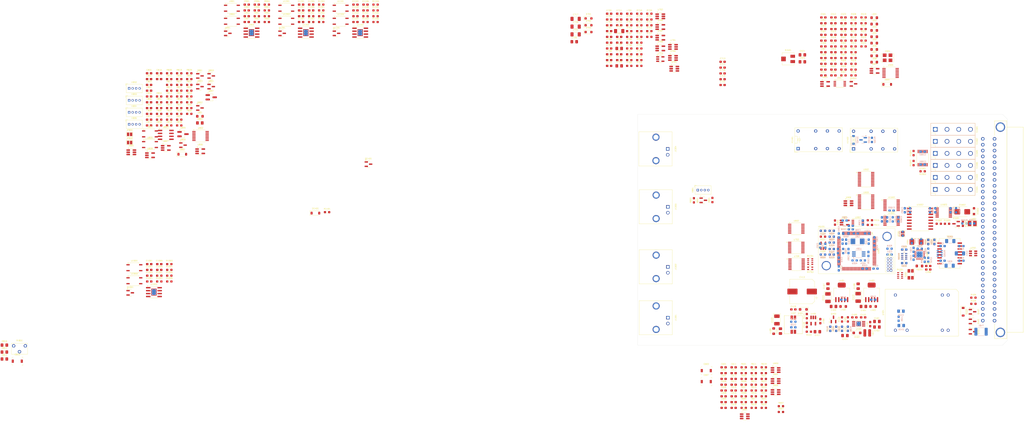
<source format=kicad_pcb>
(kicad_pcb (version 20240108) (generator "pcbnew") (generator_version "8.0")
  (layers (0 "F.Cu" signal) (31 "B.Cu" signal) (34 "B.Paste" user) (35 "F.Paste" user) (36 "B.SilkS" user "B.Silkscreen") (37 "F.SilkS" user "F.Silkscreen") (38 "B.Mask" user) (39 "F.Mask" user) (44 "Edge.Cuts" user))
  (net 0 "")
  (net 1 "GND")
  (net 2 "Net-(U201-XTAL1{slash}CLKIN)")
  (net 3 "+3.3V")
  (net 4 "Net-(U201-VDDCR)")
  (net 5 "Net-(U201-XTAL2)")
  (net 6 "VCCQ")
  (net 7 "/MCU/ADC_IV_2")
  (net 8 "/MCU/ADC_IV_1")
  (net 9 "/MCU/ADC_-5V")
  (net 10 "+5V")
  (net 11 "/MCU/NRST")
  (net 12 "VDDA")
  (net 13 "Net-(U401-NR)")
  (net 14 "Net-(C316-Pad1)")
  (net 15 "Net-(U403-VIN)")
  (net 16 "Net-(U405-~{SHDN})")
  (net 17 "Net-(U405-SW1)")
  (net 18 "Net-(D404-A)")
  (net 19 "Net-(U405-NFB)")
  (net 20 "DVDD_DDS")
  (net 21 "Net-(U502-CAP{slash}2.5V)")
  (net 22 "Net-(U503-CAP{slash}2.5V)")
  (net 23 "Net-(U502-COMP)")
  (net 24 "AVDD_DDS")
  (net 25 "Net-(U503-COMP)")
  (net 26 "Net-(U503-FS_ADJUST)")
  (net 27 "Net-(U502-REFOUT)")
  (net 28 "Net-(U503-REFOUT)")
  (net 29 "Net-(U502-IOUTB)")
  (net 30 "Net-(U502-IOUT)")
  (net 31 "Net-(U503-IOUTB)")
  (net 32 "Net-(U503-IOUT)")
  (net 33 "Net-(U505A-+)")
  (net 34 "Net-(U505D-+)")
  (net 35 "V_BOOST")
  (net 36 "-5V")
  (net 37 "Net-(U506-+)")
  (net 38 "Net-(D501-K)")
  (net 39 "Net-(U402-ENA)")
  (net 40 "/Frontend/PGA_IN")
  (net 41 "Net-(U602-S1)")
  (net 42 "Net-(U601--)")
  (net 43 "Net-(C603-Pad1)")
  (net 44 "Net-(C607-Pad1)")
  (net 45 "Net-(U605--)")
  (net 46 "/PGA/PGA_OUT")
  (net 47 "Net-(C616-Pad2)")
  (net 48 "Net-(U702--)")
  (net 49 "Net-(U701--)")
  (net 50 "Net-(D703-K)")
  (net 51 "+2V5")
  (net 52 "+1V25")
  (net 53 "/Frontend/LD")
  (net 54 "Net-(C809-Pad2)")
  (net 55 "Net-(D802-K)")
  (net 56 "/Frontend/I_VOLTAGE")
  (net 57 "Net-(U802C--)")
  (net 58 "Net-(C815-Pad2)")
  (net 59 "Net-(C816-Pad2)")
  (net 60 "Net-(U802D-+)")
  (net 61 "Net-(U902-FB)")
  (net 62 "Net-(U902--)")
  (net 63 "Net-(C904-Pad1)")
  (net 64 "Net-(C905-Pad2)")
  (net 65 "Net-(U902-C)")
  (net 66 "Net-(U1002-FB)")
  (net 67 "Net-(U1002--)")
  (net 68 "Net-(C1004-Pad1)")
  (net 69 "Net-(C1005-Pad2)")
  (net 70 "Net-(U1002-C)")
  (net 71 "Net-(U1102--)")
  (net 72 "Net-(U1102-FB)")
  (net 73 "Net-(C1104-Pad1)")
  (net 74 "Net-(C1105-Pad2)")
  (net 75 "Net-(U1102-C)")
  (net 76 "Net-(U1202-FB)")
  (net 77 "Net-(U1202--)")
  (net 78 "Net-(C1204-Pad1)")
  (net 79 "Net-(C1205-Pad2)")
  (net 80 "Net-(U1202-C)")
  (net 81 "/Ethernet/LED2")
  (net 82 "GNDS")
  (net 83 "+5VL")
  (net 84 "/Connector/EXT_TRIG")
  (net 85 "Net-(C1609-Pad2)")
  (net 86 "/Ethernet/LED1")
  (net 87 "Net-(D201-K)")
  (net 88 "Net-(D401-K)")
  (net 89 "Net-(D202-K)")
  (net 90 "Net-(D301-GK)")
  (net 91 "Net-(D301-RK)")
  (net 92 "Net-(D301-BK)")
  (net 93 "Net-(D402-A)")
  (net 94 "Net-(D403-K)")
  (net 95 "Net-(D501-A)")
  (net 96 "/Frontend/HS")
  (net 97 "Net-(D1401-A)")
  (net 98 "+5VP")
  (net 99 "Net-(D1402-A)")
  (net 100 "Net-(D1601-A)")
  (net 101 "Net-(U1603B-O)")
  (net 102 "+24V")
  (net 103 "Net-(Q401-D)")
  (net 104 "/MCU/TCK_SWCLK")
  (net 105 "/MCU/TMS_SWDIO")
  (net 106 "/MCU/MCU_DEF")
  (net 107 "/Frontend/HD")
  (net 108 "/Frontend/LS")
  (net 109 "Net-(K801-Pad3)")
  (net 110 "Net-(Q801-C)")
  (net 111 "Net-(K802-Pad3)")
  (net 112 "Net-(Q802-C)")
  (net 113 "Net-(K803-Pad3)")
  (net 114 "Net-(Q803-C)")
  (net 115 "Net-(K804-Pad3)")
  (net 116 "Net-(Q804-C)")
  (net 117 "/Connector/LS_REAR")
  (net 118 "/Front/LS_FRONT")
  (net 119 "/Front/LD_FRONT")
  (net 120 "/Connector/LD_REAR")
  (net 121 "/Connector/HS_REAR")
  (net 122 "/Connector/HD_REAR")
  (net 123 "/Front/HD_FRONT")
  (net 124 "/Front/HS_FRONT")
  (net 125 "Net-(U402-NR)")
  (net 126 "Net-(U401-ENA)")
  (net 127 "Net-(C409-Pad1)")
  (net 128 "Net-(U405-VIN)")
  (net 129 "Net-(U404-VOUT+)")
  (net 130 "Net-(U709-DVDD)")
  (net 131 "Net-(L801-Pad2)")
  (net 132 "Net-(Q801-B)")
  (net 133 "Net-(Q802-B)")
  (net 134 "Net-(Q803-B)")
  (net 135 "Net-(Q804-B)")
  (net 136 "Net-(Q805-B)")
  (net 137 "Net-(Q805-E)")
  (net 138 "Net-(Q901-G)")
  (net 139 "Net-(Q901-D)")
  (net 140 "Net-(Q1001-D)")
  (net 141 "Net-(Q1001-G)")
  (net 142 "Net-(Q1101-G)")
  (net 143 "Net-(Q1101-D)")
  (net 144 "Net-(Q1201-G)")
  (net 145 "Net-(Q1201-D)")
  (net 146 "Net-(Q1401-B)")
  (net 147 "Net-(U201-RXER{slash}PHYAD0)")
  (net 148 "/Connector/A")
  (net 149 "Net-(U201-RBIAS)")
  (net 150 "Net-(TR201-C_RX)")
  (net 151 "Net-(TR201-C_TX)")
  (net 152 "Earth")
  (net 153 "/MCU/SYNCH_OUT")
  (net 154 "Net-(U403-SS)")
  (net 155 "/MCU/I2C1_SDA")
  (net 156 "/MCU/I2C1_SCL")
  (net 157 "+3.3VADC")
  (net 158 "VREF+")
  (net 159 "/MCU/ADC_+5V")
  (net 160 "/MCU/ADC_VBOOST")
  (net 161 "/MCU/EN_BOOST")
  (net 162 "Net-(C420-Pad2)")
  (net 163 "Net-(C523-Pad2)")
  (net 164 "GNDPWR")
  (net 165 "Net-(U1502-O1)")
  (net 166 "/MCU/MAX_BOOST")
  (net 167 "Net-(R501-Pad1)")
  (net 168 "Net-(U502-FS_ADJUST)")
  (net 169 "/DDS/DAC1_OUT")
  (net 170 "Net-(U502-RESET)")
  (net 171 "Net-(U505A--)")
  (net 172 "Net-(U505D--)")
  (net 173 "Net-(R516-Pad2)")
  (net 174 "Net-(R517-Pad2)")
  (net 175 "Net-(U505B--)")
  (net 176 "Net-(U505B-+)")
  (net 177 "/DDS/SINE")
  (net 178 "/DDS/DC_BIAS_VOLTAGE")
  (net 179 "Net-(U507-CLK)")
  (net 180 "Net-(U505C-+)")
  (net 181 "Net-(R523-Pad2)")
  (net 182 "/DDS/DAC0_OUT")
  (net 183 "Net-(U601-+)")
  (net 184 "Net-(U602-D)")
  (net 185 "Net-(U601-~{DISABLE})")
  (net 186 "/MCU/PGA_A1")
  (net 187 "Net-(U603-~{SD})")
  (net 188 "Net-(U603--)")
  (net 189 "Net-(U602-S2)")
  (net 190 "Net-(U602-S3)")
  (net 191 "Net-(U602-S4)")
  (net 192 "Net-(U604--)")
  (net 193 "/MCU/PGA_G3")
  (net 194 "Net-(U604-~{SD})")
  (net 195 "Net-(U605-~{SD})")
  (net 196 "/MCU/PGA_G10")
  (net 197 "Net-(D702-A)")
  (net 198 "Net-(D701-K)")
  (net 199 "Net-(U701-~{DISABLE})")
  (net 200 "Net-(U703-Y0)")
  (net 201 "Net-(U703-Y1)")
  (net 202 "Net-(U703-Y2)")
  (net 203 "Net-(U703-Y3)")
  (net 204 "Net-(U703-Y4)")
  (net 205 "Net-(U703-Y5)")
  (net 206 "Net-(U703-Y6)")
  (net 207 "Net-(U703-Y7)")
  (net 208 "/MCU/INPUT_COMP")
  (net 209 "Net-(R718-Pad1)")
  (net 210 "Net-(R719-Pad1)")
  (net 211 "Net-(U709-AINP)")
  (net 212 "Net-(R720-Pad1)")
  (net 213 "Net-(R721-Pad1)")
  (net 214 "Net-(U709-AINN)")
  (net 215 "Net-(U709-AVDD)")
  (net 216 "Net-(U1502-O2)")
  (net 217 "Net-(U709-~{RESET})")
  (net 218 "/Frontend/CALIB_100")
  (net 219 "/Frontend/CALIB_1K")
  (net 220 "/Frontend/CALIB_10K")
  (net 221 "/Frontend/CALIB_100K")
  (net 222 "Net-(C811-Pad1)")
  (net 223 "/Frontend/IV 100/IV_100_OUT")
  (net 224 "Net-(U803A--)")
  (net 225 "Net-(C813-Pad1)")
  (net 226 "Net-(U802A--)")
  (net 227 "Net-(U802B--)")
  (net 228 "Net-(R820-Pad2)")
  (net 229 "Net-(U802C-+)")
  (net 230 "Net-(U802D--)")
  (net 231 "Net-(U803B--)")
  (net 232 "Net-(R828-Pad2)")
  (net 233 "/Frontend/FE_SW5")
  (net 234 "Net-(U806-A)")
  (net 235 "/Frontend/FE_SW6")
  (net 236 "Net-(U807-A)")
  (net 237 "/Frontend/DC_BIAS_U-I")
  (net 238 "Net-(U808-A)")
  (net 239 "/Frontend/FE_V_SHORT")
  (net 240 "Net-(R901-Pad2)")
  (net 241 "/Frontend/IV 100/SW1")
  (net 242 "Net-(R1001-Pad2)")
  (net 243 "/Frontend/IV 1k/SW2")
  (net 244 "Net-(R1101-Pad2)")
  (net 245 "/Frontend/IV 10k/SW3")
  (net 246 "Net-(R1201-Pad2)")
  (net 247 "/Frontend/IV 100k/SW4")
  (net 248 "/MCU/SELECT_RELAY")
  (net 249 "Net-(U1601-OE)")
  (net 250 "/Trigger/EXT_TRIG_SIGN")
  (net 251 "Net-(U1603A-D)")
  (net 252 "Net-(L1601-Pad2)")
  (net 253 "/Connector/B")
  (net 254 "/Connector/E")
  (net 255 "Net-(U1502-O3)")
  (net 256 "Net-(U1502-O4)")
  (net 257 "/Connector/F")
  (net 258 "Net-(U1502-O5)")
  (net 259 "/Connector/C")
  (net 260 "Net-(K1506-Pad1)")
  (net 261 "/Connector/D")
  (net 262 "Net-(U1502-O6)")
  (net 263 "/Ethernet/RMII_MDIO")
  (net 264 "Net-(R312-Pad2)")
  (net 265 "/MCU/LED_BLUE")
  (net 268 "/MCU/LED_GREEN")
  (net 269 "/MCU/LED_RED")
  (net 270 "Net-(U505C--)")
  (net 271 "/Connector/TX+")
  (net 272 "/Connector/RX+")
  (net 273 "/Connector/RX-")
  (net 274 "/Connector/TX-")
  (net 275 "/Ethernet/RMII_CRS_DV")
  (net 276 "/Ethernet/REF_CLK")
  (net 277 "/Ethernet/MODE2")
  (net 278 "/Ethernet/RMII_RXD0")
  (net 281 "Net-(U301-Y)")
  (net 282 "Net-(U301-A)")
  (net 284 "/DDS/PHI_OUT")
  (net 285 "/MCU/ADS_SCLK")
  (net 286 "/MCU/TRIG_IN")
  (net 287 "/DDS/DDS_RESET")
  (net 288 "/MCU/ADS_~{CS}")
  (net 289 "/DDS/DDS_~{FSYNC1}")
  (net 290 "/MCU/ADS_~{DRDY}")
  (net 291 "/MCU/PSD_RC_C")
  (net 292 "/MCU/TRIG_OUT")
  (net 293 "/MCU/ADS_DOUT")
  (net 294 "/DDS/DDS_~{FSYNC2}")
  (net 295 "/MCU/SYNCH_CDE")
  (net 296 "/MCU/PGA_G1")
  (net 297 "/MCU/PSD_RC_A")
  (net 298 "/DDS/DDS_SCLK")
  (net 299 "/MCU/EEPROM_nWP")
  (net 300 "/DDS/DDS_SDATA")
  (net 301 "/MCU/TRIG_EN")
  (net 302 "/MCU/ADS_START")
  (net 303 "/MCU/PSD_RC_B")
  (net 304 "/MCU/ADS_DIN")
  (net 305 "/MCU/PGA_A0")
  (net 306 "Net-(D401-A)")
  (net 307 "/DDS/27MHz")
  (net 312 "Net-(U504-Y)")
  (net 314 "Net-(U507-D)")
  (net 318 "Net-(D703-A)")
  (net 319 "Net-(U703-Z)")
  (net 320 "Net-(U703-S0)")
  (net 321 "Net-(U703-S1)")
  (net 322 "Net-(U703-S2)")
  (net 326 "/Ethernet/REFCLK0")
  (net 327 "/Ethernet/RMII_RXD1")
  (net 328 "/Ethernet/MODE1")
  (net 329 "/Ethernet/MODE0")
  (net 330 "/Ethernet/ETH_RXN")
  (net 331 "Net-(U808-Y)")
  (net 332 "Net-(U806-Y)")
  (net 333 "Net-(U807-Y)")
  (net 337 "Net-(U901-Pad2)")
  (net 338 "Net-(U1001-Pad2)")
  (net 339 "Net-(U1101-Pad2)")
  (net 340 "Net-(U1201-Pad2)")
  (net 341 "Net-(U1601-B1)")
  (net 343 "Net-(U1601-B3)")
  (net 345 "Net-(U1601-B2)")
  (net 349 "/Trigger/TRIG_OUT_EN")
  (net 350 "/Trigger/TRIG_OUT_SIGN")
  (net 354 "Net-(U303-PH0)")
  (net 355 "Net-(U303-PH1)")
  (net 356 "Net-(U403-~{SHDN})")
  (net 357 "Net-(C315-Pad1)")
  (net 358 "Net-(U403-VC)")
  (net 359 "Net-(U403-FB)")
  (net 360 "Net-(C521-Pad2)")
  (net 361 "Net-(C521-Pad1)")
  (net 362 "Net-(C703-Pad1)")
  (net 368 "Net-(Q806-C)")
  (net 369 "Net-(Q403-G)")
  (net 370 "Net-(Q403-D)")
  (net 371 "Net-(Q806-B)")
  (net 372 "Net-(Q1402-B)")
  (net 373 "Net-(C214-Pad1)")
  (net 374 "Net-(RN702-R1.2)")
  (net 375 "Net-(U302-Q)")
  (net 376 "Net-(U303-PE7)")
  (net 377 "Net-(U303-BOOT0)")
  (net 378 "Net-(C717-Pad1)")
  (net 379 "Net-(C718-Pad1)")
  (net 380 "Net-(R821-Pad2)")
  (net 381 "Net-(R825-Pad1)")
  (net 382 "Net-(R829-Pad2)")
  (net 383 "Net-(R831-Pad2)")
  (net 384 "Net-(R834-Pad2)")
  (net 387 "/Ethernet/ETH_TXP")
  (net 389 "/Ethernet/ETH_RXP")
  (net 390 "/Ethernet/ETH_TXN")
  (net 392 "Net-(U1501A-+)")
  (net 393 "Net-(U1501A--)")
  (net 394 "Net-(RN701-R3.1)")
  (net 401 "Net-(RN701-R2.1)")
  (net 402 "Net-(RN701-R1.1)")
  (net 403 "/Ethernet/RMII_TXEN")
  (net 404 "/Ethernet/RMII_TXD1")
  (net 405 "/Ethernet/RMII_TXD0")
  (net 406 "/Ethernet/RMII_MDC")
  (net 407 "/Connector/CXN_REL1")
  (net 408 "/Connector/CXN_REL2")
  (net 409 "/Connector/CXN_REL5")
  (net 410 "/Connector/CXN_REL3")
  (net 411 "/Connector/CXN_REL4")
  (net 412 "/Connector/CXN_REL6")
  (net 413 "Net-(RN701-R4.1)")
  (net 414 "Net-(RN702-R2.2)")
  (net 449 "Net-(U1501B--)")
  (net 450 "/Connector/DC_BIAS_VOLTAGE")
  (net 451 "Net-(U1501C--)")
  (net 452 "/Connector/SINE")
  (net 453 "Net-(U1501D--)")
  (net 456 "Net-(U602-A1)")
  (net 457 "Net-(U602-A0)")
  (footprint "Package_SO:SOIC-8-1EP_3.9x4.9mm_P1.27mm_EP2.29x3mm_ThermalVias" (layer "F.Cu") (at -139.47 127)
    (property "Reference" "U1002")
    (property "Value" "AD8099ARDZ")
  )
  (footprint "Package_SO:SOP-4_3.8x4.1mm_P2.54mm" (layer "F.Cu") (at -58.62 9.72)
    (property "Reference" "U1103")
    (property "Value" "AQY221R2S")
  )
  (footprint "Diode_SMD:D_SOD-323_HandSoldering" (layer "F.Cu") (at 48.714 11.433)
    (property "Reference" "D702")
    (property "Value" "NSVRB751V40T1G")
  )
  (footprint "Resistor_SMD:R_0603_1608Metric_Pad0.98x0.95mm_HandSolder" (layer "F.Cu") (at 159.1225 18.094)
    (property "Reference" "R501")
    (property "Value" "4k7")
  )
  (footprint "Resistor_SMD:R_0603_1608Metric_Pad0.98x0.95mm_HandSolder" (layer "F.Cu") (at 66.347 16.478)
    (property "Reference" "R704")
    (property "Value" "1k5")
  )
  (footprint "Capacitor_SMD:C_0603_1608Metric_Pad1.08x0.95mm_HandSolder" (layer "F.Cu") (at -141.58 39.77)
    (property "Reference" "C804")
    (property "Value" "0.1u")
  )
  (footprint "Inductor_SMD:L_0805_2012Metric_Pad1.05x1.20mm_HandSolder" (layer "F.Cu") (at 172.4425 27.424)
    (property "Reference" "L508")
    (property "Value" "MLZ2012M100WT")
  )
  (footprint "Capacitor_SMD:C_0603_1608Metric_Pad1.08x0.95mm_HandSolder" (layer "F.Cu") (at -141.58 42.28)
    (property "Reference" "C805")
    (property "Value" "0.1u")
  )
  (footprint "Resistor_SMD:R_0603_1608Metric_Pad0.98x0.95mm_HandSolder" (layer "F.Cu") (at 115.9275 172.115)
    (property "Reference" "R608")
    (property "Value" "620/0.1%")
  )
  (footprint "Capacitor_SMD:C_0603_1608Metric_Pad1.08x0.95mm_HandSolder" (layer "F.Cu") (at -141.58 32.24)
    (property "Reference" "C801")
    (property "Value" "0.1u")
  )
  (footprint "Capacitor_SMD:C_0603_1608Metric_Pad1.08x0.95mm_HandSolder" (layer "F.Cu") (at -141.58 34.75)
    (property "Reference" "C802")
    (property "Value" "0.1u")
  )
  (footprint "Resistor_SMD:R_0603_1608Metric_Pad0.98x0.95mm_HandSolder" (layer "F.Cu") (at 215.392 129.413)
    (property "Reference" "R406")
    (property "Value" "100k")
  )
  (footprint "Capacitor_SMD:C_0805_2012Metric_Pad1.18x1.45mm_HandSolder" (layer "F.Cu") (at 141.3295 24.257)
    (property "Reference" "C524")
    (property "Value" "4u7")
  )
  (footprint "Resistor_SMD:R_0603_1608Metric_Pad0.98x0.95mm_HandSolder" (layer "F.Cu") (at 132.0405 176.396)
    (property "Reference" "R602")
    (property "Value" "51")
  )
  (footprint "Capacitor_SMD:C_0603_1608Metric_Pad1.08x0.95mm_HandSolder" (layer "F.Cu") (at 143.256 141.224 90)
    (property "Reference" "C418")
    (property "Value" "1u")
  )
  (footprint "Package_TO_SOT_SMD:SOT-23-6_Handsoldering" (layer "F.Cu") (at 85.297 25.588)
    (property "Reference" "U705")
    (property "Value" "SN74LVC1G3157DB")
  )
  (footprint "Capacitor_SMD:C_0603_1608Metric_Pad1.08x0.95mm_HandSolder" (layer "F.Cu") (at 154.7725 30.644)
    (property "Reference" "C521")
    (property "Value" "68p")
  )
  (footprint "Inductor_SMD:L_0805_2012Metric_Pad1.05x1.20mm_HandSolder" (layer "F.Cu") (at 192.024 115.697 180)
    (property "Reference" "FB201")
    (property "Value" "742792031")
  )
  (footprint "Package_QFP:LQFP-100_14x14mm_P0.5mm" (layer "F.Cu") (at 164.846 109.22 -90)
    (property "Reference" "U303")
    (property "Value" "STM32H743VITx")
  )
  (footprint "Capacitor_SMD:C_0805_2012Metric_Pad1.18x1.45mm_HandSolder" (layer "F.Cu") (at 147.828 144.145)
    (property "Reference" "C417")
    (property "Value" "4u7")
  )
  (footprint "Capacitor_Tantalum_SMD:CP_EIA-3528-21_Kemet-B_Pad1.50x2.35mm_HandSolder" (layer "F.Cu") (at 152.4 129.413 -90)
    (property "Reference" "C411")
    (property "Value" "33u/12V")
  )
  (footprint "Capacitor_SMD:C_0603_1608Metric_Pad1.08x0.95mm_HandSolder" (layer "F.Cu") (at 111.5775 167.095)
    (property "Reference" "C614")
    (property "Value" "22p")
  )
  (footprint "Capacitor_SMD:C_0603_1608Metric_Pad1.08x0.95mm_HandSolder" (layer "F.Cu") (at -137.17 114.86)
    (property "Reference" "C1005")
    (property "Value" "22p")
  )
  (footprint "Diode_SMD:D_SOD-123" (layer "F.Cu") (at -127.195 67.31)
    (property "Reference" "D802")
    (property "Value" "1N4148W")
  )
  (footprint "Resistor_SMD:R_0603_1608Metric_Pad0.98x0.95mm_HandSolder" (layer "F.Cu") (at -137.23 44.79)
    (property "Reference" "R804")
    (property "Value" "10k")
  )
  (footprint "Resistor_SMD:R_0603_1608Metric_Pad0.98x0.95mm_HandSolder" (layer "F.Cu") (at -132.88 34.75)
    (property "Reference" "R810")
    (property "Value" "510")
  )
  (footprint "Resistor_SMD:R_0603_1608Metric_Pad0.98x0.95mm_HandSolder" (layer "F.Cu") (at -128.53 54.83)
    (property "Reference" "R828")
    (property "Value" "1k")
  )
  (footprint "Resistor_SMD:R_0603_1608Metric_Pad0.98x0.95mm_HandSolder" (layer "F.Cu") (at -128.53 52.32)
    (property "Reference" "R827")
    (property "Value" "240")
  )
  (footprint "Capacitor_SMD:C_0603_1608Metric_Pad1.08x0.95mm_HandSolder" (layer "F.Cu") (at -141.58 54.83)
    (property "Reference" "C815")
    (property "Value" "6p8")
  )
  (footprint "Capacitor_SMD:C_0805_2012Metric_Pad1.18x1.45mm_HandSolder" (layer "F.Cu") (at 173.609 142.128)
    (property "Reference" "C402")
    (property "Value" "2u2")
  )
  (footprint "Capacitor_SMD:C_0603_1608Metric_Pad1.08x0.95mm_HandSolder" (layer "F.Cu") (at 61.997 11.458)
    (property "Reference" "C715")
    (property "Value" "0.1u")
  )
  (footprint "Capacitor_SMD:C_0603_1608Metric_Pad1.08x0.95mm_HandSolder" (layer "F.Cu") (at 154.7725 20.604)
    (property "Reference" "C517")
    (property "Value" "0.1u")
  )
  (footprint "Capacitor_SMD:C_0603_1608Metric_Pad1.08x0.95mm_HandSolder" (layer "F.Cu") (at 57.647 29.028)
    (property "Reference" "C710")
    (property "Value" "0.1u")
  )
  (footprint "Resistor_SMD:R_0603_1608Metric_Pad0.98x0.95mm_HandSolder" (layer "F.Cu") (at 115.9275 159.565)
    (property "Reference" "R601")
    (property "Value" "47k")
  )
  (footprint "Resistor_SMD:R_0603_1608Metric_Pad0.98x0.95mm_HandSolder" (layer "F.Cu") (at 189.484 71.12 90)
    (property "Reference" "R1502")
    (property "Value" "51")
  )
  (footprint "Capacitor_SMD:C_0603_1608Metric_Pad1.08x0.95mm_HandSolder" (layer "F.Cu") (at 150.4225 15.584)
    (property "Reference" "C504")
    (property "Value" "10n")
  )
  (footprint "Resistor_SMD:R_0603_1608Metric_Pad0.98x0.95mm_HandSolder" (layer "F.Cu") (at 167.8225 18.094)
    (property "Reference" "R523")
    (property "Value" "100k")
  )
  (footprint "Inductor_SMD:L_0603_1608Metric_Pad1.05x0.95mm_HandSolder" (layer "F.Cu") (at 66.347 6.438)
    (property "Reference" "L701")
    (property "Value" "MLZ1608DR47DT")
  )
  (footprint "Capacitor_SMD:C_0603_1608Metric_Pad1.08x0.95mm_HandSolder" (layer "F.Cu") (at 107.2275 169.605)
    (property "Reference" "C606")
    (property "Value" "0.1u")
  )
  (footprint "Oscillator:Oscillator_SMD_SeikoEpson_SG8002LB-4Pin_5.0x3.2mm" (layer "F.Cu") (at 178.2125 25.524)
    (property "Reference" "X501")
    (property "Value" "SG-5032CAN")
  )
  (footprint "Capacitor_SMD:C_0603_1608Metric_Pad1.08x0.95mm_HandSolder" (layer "F.Cu") (at 111.5775 177.135)
    (property "Reference" "C618")
    (property "Value" "0.1u")
  )
  (footprint "Capacitor_SMD:C_0603_1608Metric_Pad1.08x0.95mm_HandSolder" (layer "F.Cu") (at 150.4225 23.114)
    (property "Reference" "C507")
    (property "Value" "0.1u")
  )
  (footprint "Resistor_SMD:R_0603_1608Metric_Pad0.98x0.95mm_HandSolder" (layer "F.Cu") (at 167.8225 15.584)
    (property "Reference" "R522")
    (property "Value" "51")
  )
  (footprint "Package_TO_SOT_SMD:SOT-23" (layer "F.Cu") (at -114.67 33.385)
    (property "Reference" "Q803")
    (property "Value" "MMBT3904")
  )
  (footprint "Diode_SMD:D_SOD-123F" (layer "F.Cu") (at 141.732 134.493 180)
    (property "Reference" "D404")
    (property "Value" "MBR0520")
  )
  (footprint "Capacitor_SMD:C_0805_2012Metric_Pad1.18x1.45mm_HandSolder" (layer "F.Cu") (at 141.3295 27.267)
    (property "Reference" "C525")
    (property "Value" "4u7")
  )
  (footprint "Capacitor_SMD:C_Trimmer_Voltronics_JZ" (layer "F.Cu") (at 99.714 160.999)
    (property "Reference" "C603")
    (property "Value" "JZ200")
  )
  (footprint "Capacitor_SMD:C_0603_1608Metric_Pad1.08x0.95mm_HandSolder" (layer "F.Cu") (at 57.647 21.498)
    (property "Reference" "C707")
    (property "Value" "22p")
  )
  (footprint "Package_TO_SOT_SMD:SOT-23-6_Handsoldering" (layer "F.Cu") (at 85.857 30.263)
    (property "Reference" "U701")
    (property "Value" "LMH6618MKE")
  )
  (footprint "Package_TO_SOT_SMD:SOT-23" (layer "F.Cu") (at -114.67 38.01)
    (property "Reference" "Q804")
    (property "Value" "MMBT3904")
  )
  (footprint "Package_SO:TSSOP-16_4.4x5mm_P0.65mm" (layer "F.Cu") (at 138.811 114.935)
    (property "Reference" "U709")
    (property "Value" "ADS1246IPWR")
  )
  (footprint "Capacitor_SMD:C_0603_1608Metric_Pad1.08x0.95mm_HandSolder" (layer "F.Cu") (at 150.4225 18.094)
    (property "Reference" "C505")
    (property "Value" "10n")
  )
  (footprint "Resistor_SMD:R_0603_1608Metric_Pad0.98x0.95mm_HandSolder" (layer "F.Cu") (at -124.18 32.24)
    (property "Reference" "R829")
    (property "Value" "1k")
  )
  (footprint "Capacitor_SMD:C_0805_2012Metric_Pad1.18x1.45mm_HandSolder" (layer "F.Cu") (at 173.609 139.715)
    (property "Reference" "C401")
    (property "Value" "4u7")
  )
  (footprint "Resistor_SMD:R_0603_1608Metric_Pad0.98x0.95mm_HandSolder" (layer "F.Cu") (at -90.58 7.52)
    (property "Reference" "R905")
    (property "Value" "51")
  )
  (footprint "Resistor_SMD:R_0603_1608Metric_Pad0.98x0.95mm_HandSolder" (layer "F.Cu") (at 158.496 138.826 90)
    (property "Reference" "R410")
    (property "Value" "12k")
  )
  (footprint "Capacitor_SMD:C_0805_2012Metric_Pad1.18x1.45mm_HandSolder" (layer "F.Cu") (at 159.766 145.811 180)
    (property "Reference" "C414")
    (property "Value" "4u7")
  )
  (footprint "Resistor_SMD:R_0603_1608Metric_Pad0.98x0.95mm_HandSolder" (layer "F.Cu") (at 163.4725 30.644)
    (property "Reference" "R517")
    (property "Value" "3k9")
  )
  (footprint "Jumper:SolderJumper-2_P1.3mm_Open_Pad1.0x1.5mm" (layer "F.Cu") (at -150.01 62.23)
    (property "Reference" "JP802")
    (property "Value" "Open")
  )
  (footprint "Resistor_SMD:R_0603_1608Metric_Pad0.98x0.95mm_HandSolder" (layer "F.Cu") (at 155.956 142.89 90)
    (property "Reference" "R402")
    (property "Value" "51")
  )
  (footprint "Capacitor_SMD:C_0603_1608Metric_Pad1.08x0.95mm_HandSolder" (layer "F.Cu") (at 154.7725 15.584)
    (property "Reference" "C515")
    (property "Value" "82p")
  )
  (footprint "Capacitor_SMD:C_0603_1608Metric_Pad1.08x0.95mm_HandSolder" (layer "F.Cu") (at -141.58 47.3)
    (property "Reference" "C807")
    (property "Value" "0.1u")
  )
  (footprint "Connector_PinHeader_1.27mm:PinHeader_2x05_P1.27mm_Vertical" (layer "F.Cu") (at 179.695 117.612 180)
    (property "Reference" "J301")
    (property "Value" "20021111-00010T4LF")
  )
  (footprint "Capacitor_SMD:C_Trimmer_Voltronics_JZ" (layer "F.Cu") (at -198.65 156.92)
    (property "Reference" "C813")
    (property "Value" "JZ100")
  )
  (footprint "Capacitor_SMD:C_0603_1608Metric_Pad1.08x0.95mm_HandSolder" (layer "F.Cu") (at 137.414 134.493)
    (property "Reference" "C419")
    (property "Value" "1u")
  )
  (footprint "Capacitor_SMD:C_0603_1608Metric_Pad1.08x0.95mm_HandSolder" (layer "F.Cu") (at -75.74 10.03)
    (property "Reference" "C1204")
    (property "Value" "3p9")
  )
  (footprint "Resistor_SMD:R_0603_1608Metric_Pad0.98x0.95mm_HandSolder" (layer "F.Cu") (at 70.697 8.948)
    (property "Reference" "R711")
    (property "Value" "1k/.1%")
  )
  (footprint "Capacitor_SMD:C_0805_2012Metric_Pad1.18x1.45mm_HandSolder" (layer "F.Cu") (at 152.4 124.46 90)
    (property "Reference" "C407")
    (property "Value" "2u2")
  )
  (footprint "Resistor_SMD:R_0603_1608Metric_Pad0.98x0.95mm_HandSolder" (layer "F.Cu") (at 70.697 26.518)
    (property "Reference" "R718")
    (property "Value" "100/.05%")
  )
  (footprint "Resistor_SMD:R_0603_1608Metric_Pad0.98x0.95mm_HandSolder" (layer "F.Cu") (at -90.58 2.5)
    (property "Reference" "R903")
    (property "Value" "20k")
  )
  (footprint "Resistor_SMD:R_0603_1608Metric_Pad0.98x0.95mm_HandSolder" (layer "F.Cu") (at 120.2775 174.625)
    (property "Reference" "R617")
    (property "Value" "1k3")
  )
  (footprint "Package_SO:SOIC-16W_7.5x10.3mm_P1.27mm" (layer "F.Cu") (at 192.278 95.25)
    (property "Reference" "U1602")
    (property "Value" "ADuM5402")
  )
  (footprint "Resistor_SMD:R_0603_1608Metric_Pad0.98x0.95mm_HandSolder" (layer "F.Cu") (at -124.18 49.81)
    (property "Reference" "R836")
    (property "Value" "51")
  )
  (footprint "Package_SO:SOP-4_3.8x4.1mm_P2.54mm" (layer "F.Cu") (at -141.18 58.485)
    (property "Reference" "U804")
    (property "Value" "AQY221R2S")
  )
  (footprint "Resistor_SMD:R_0603_1608Metric_Pad0.98x0.95mm_HandSolder" (layer "F.Cu") (at 170.561 95.885)
    (property "Reference" "R315")
    (property "Value" "1k5")
  )
  (footprint "Capacitor_SMD:C_0603_1608Metric_Pad1.08x0.95mm_HandSolder" (layer "F.Cu") (at 57.647 18.988)
    (property "Reference" "C706")
    (property "Value" "1u")
  )
  (footprint "Resistor_SMD:R_0603_1608Metric_Pad0.98x0.95mm_HandSolder" (layer "F.Cu") (at 161.036 142.89 90)
    (property "Reference" "R407")
    (property "Value" "10k")
  )
  (footprint "Resistor_SMD:R_0603_1608Metric_Pad0.98x0.95mm_HandSolder" (layer "F.Cu") (at -43.5 10.03)
    (property "Reference" "R1106")
    (property "Value" "51")
  )
  (footprint "Package_SO:SOP-4_3.8x4.1mm_P2.54mm" (layer "F.Cu") (at -105.7 4.07)
    (property "Reference" "U901")
    (property "Value" "AQY221R2S")
  )
  (footprint "Resistor_SMD:R_0603_1608Metric_Pad0.98x0.95mm_HandSolder" (layer "F.Cu") (at -132.88 39.77)
    (property "Reference" "R812")
    (property "Value" "DNP")
  )
  (footprint "Package_TO_SOT_SMD:SOT-23-5_HandSoldering" (layer "F.Cu") (at 151.1525 36.859)
    (property "Reference" "U501")
    (property "Value" "SN74LVC1G04DBV")
  )
  (footprint "Resistor_SMD:R_0603_1608Metric_Pad0.98x0.95mm_HandSolder" (layer "F.Cu") (at 115.9275 169.605)
    (property "Reference" "R607")
    (property "Value" "1k3")
  )
  (footprint "Resistor_SMD:R_Array_Concave_4x0603" (layer "F.Cu") (at 185.42 111.506)
    (property "Reference" "RN201")
    (property "Value" "EXB-V8V330JV")
  )
  (footprint "Package_TO_SOT_SMD:SOT-23-5_HandSoldering" (layer "F.Cu") (at 172.5725 31.199)
    (property "Reference" "U504")
    (property "Value" "SN74LV1T34DBV")
  )
  (footprint "Package_TO_SOT_SMD:SOT-23-5_HandSoldering" (layer "F.Cu") (at -134.36 64.56)
    (property "Reference" "U807")
    (property "Value" "SN74LV1T34DBV")
  )
  (footprint "Resistor_SMD:R_Array_Convex_2x0603" (layer "F.Cu") (at 144.7195 116.713 180)
    (property "Reference" "RN702")
    (property "Value" "51")
  )
  (footprint "Capacitor_SMD:C_0805_2012Metric_Pad1.18x1.45mm_HandSolder" (layer "F.Cu") (at -119.6 53.74)
    (property "Reference" "C809")
    (property "Value" "DNP")
  )
  (footprint "Resistor_SMD:R_0603_1608Metric_Pad0.98x0.95mm_HandSolder" (layer "F.Cu") (at -137.17 122.39)
    (property "Reference" "R1002")
    (property "Value" "10k")
  )
  (footprint "Inductor_SMD:L_0805_2012Metric_Pad1.05x1.20mm_HandSolder" (layer "F.Cu") (at 172.4425 24.674)
    (property "Reference" "L507")
    (property "Value" "MLZ2012M100WT")
  )
  (footprint "Capacitor_SMD:C_0603_1608Metric_Pad1.08x0.95mm_HandSolder" (layer "F.Cu") (at 150.4225 20.604)
    (property "Reference" "C506")
    (property "Value" "0.1u")
  )
  (footprint "Diode_SMD:D_SMB" (layer "F.Cu") (at 210.566 92.202)
    (property "Reference" "D1602")
    (property "Value" "SMBJ5.0A")
  )
  (footprint "Capacitor_SMD:C_0603_1608Metric_Pad1.08x0.95mm_HandSolder" (layer "F.Cu") (at 106.7845 27.273)
    (property "Reference" "C713")
    (property "Value" "0.1u")
  )
  (footprint "Package_TO_SOT_SMD:SOT-23" (layer "F.Cu") (at 154.813 138.826 90)
    (property "Reference" "Q403")
    (property "Value" "BSS123")
  )
  (footprint "Package_TO_SOT_SMD:SOT-23_Handsoldering" (layer "F.Cu") (at -114.67 42.635)
    (property "Reference" "Q807")
    (property "Value" "BFR106")
  )
  (footprint "Capacitor_SMD:C_0603_1608Metric_Pad1.08x0.95mm_HandSolder" (layer "F.Cu") (at 163.83 137.937)
    (property "Reference" "C409")
    (property "Value" "270p")
  )
  (footprint "Capacitor_SMD:C_0603_1608Metric_Pad1.08x0.95mm_HandSolder" (layer "F.Cu") (at -99.28 2.5)
    (property "Reference" "C901")
    (property "Value" "0.1u")
  )
  (footprint "Capacitor_SMD:C_0603_1608Metric_Pad1.08x0.95mm_HandSolder" (layer "F.Cu") (at 61.997 16.478)
    (property "Reference" "C723")
    (property "Value" "15p/C0G")
  )
  (footprint "Resistor_SMD:R_0603_1608Metric_Pad0.98x0.95mm_HandSolder" (layer "F.Cu") (at 153.416 142.89 -90)
    (property "Reference" "R411")
    (property "Value" "100k")
  )
  (footprint "Resistor_SMD:R_0603_1608Metric_Pad0.98x0.95mm_HandSolder" (layer "F.Cu") (at 154.051 102.997 180)
    (property "Reference" "R307")
    (property "Value" "1k6")
  )
  (footprint "Package_TO_SOT_SMD:SOT-23" (layer "F.Cu") (at -119.56 33.385)
    (property "Reference" "D801")
    (property "Value" "BAV199")
  )
  (footprint "Resistor_SMD:R_0603_1608Metric_Pad0.98x0.95mm_HandSolder" (layer "F.Cu") (at -124.18 37.26)
    (property "Reference" "R831")
    (property "Value" "33")
  )
  (footprint "Package_SO:SOIC-8-1EP_3.9x4.9mm_P1.27mm_EP2.29x3mm_ThermalVias" (layer "F.Cu") (at -97.23 14.64)
    (property "Reference" "U902")
    (property "Value" "AD8099ARDZ")
  )
  (footprint "Resistor_SMD:R_0603_1608Metric_Pad0.98x0.95mm_HandSolder" (layer "F.Cu") (at 124.6275 162.075)
    (property "Reference" "R620")
    (property "Value" "75")
  )
  (footprint "Resistor_SMD:R_0603_1608Metric_Pad0.98x0.95mm_HandSolder" (layer "F.Cu") (at 124.6275 174.625)
    (property "Reference" "R625")
    (property "Value" "510")
  )
  (footprint "Transformer_SMD:Transformer_Ethernet_Wuerth_749013011A" (layer "F.Cu") (at 205.105 110.236)
    (property "Reference" "TR201")
    (property "Value" "Wuerth_749013011A")
  )
  (footprint "Package_SO:TSSOP-14_4.4x5mm_P0.65mm" (layer "F.Cu") (at 138.684 99.568)
    (property "Reference" "U602")
    (property "Value" "ADG1604BRUZ")
  )
  (footprint "Capacitor_SMD:C_0603_1608Metric_Pad1.08x0.95mm_HandSolder" (layer "F.Cu") (at -75.74 2.5)
    (property "Reference" "C1201")
    (property "Value" "0.1u")
  )
  (footprint "Package_SO:SOP-4_3.8x4.1mm_P2.54mm" (layer "F.Cu") (at -141.18 63.11)
    (property "Reference" "U805")
    (property "Value" "AQY221R2S")
  )
  (footprint "Resistor_SMD:R_0603_1608Metric_Pad0.98x0.95mm_HandSolder" (layer "F.Cu") (at 158.496 142.89 -90)
    (property "Reference" "R403")
    (property "Value" "10k")
  )
  (footprint "Capacitor_SMD:C_0603_1608Metric_Pad1.08x0.95mm_HandSolder" (layer "F.Cu") (at 57.647 13.968)
    (property "Reference" "C704")
    (property "Value" "0.1u")
  )
  (footprint "Capacitor_SMD:C_0603_1608Metric_Pad1.08x0.95mm_HandSolder" (layer "F.Cu") (at -47.85 2.5)
    (property "Reference" "C1105")
    (property "Value" "22p")
  )
  (footprint "Capacitor_SMD:C_0603_1608Metric_Pad1.08x0.95mm_HandSolder" (layer "F.Cu") (at 150.4225 8.054)
    (property "Reference" "C501")
    (property "Value" "0.1u")
  )
  (footprint "Package_TO_SOT_SMD:SOT-23-5_HandSoldering" (layer "F.Cu") (at 79.797 21.458)
    (property "Reference" "U708")
    (property "Value" "SN74LV1T34DBV")
  )
  (footprint "Package_TO_SOT_SMD:SOT-223-6" (layer "F.Cu") (at 158.369 127.127 90)
    (property "Reference" "U401")
    (property "Value" "REG103GA-5")
  )
  (footprint "Resistor_SMD:R_0603_1608Metric_Pad0.98x0.95mm_HandSolder" (layer "F.Cu") (at 163.4725 18.094)
    (property "Reference" "R512")
    (property "Value" "4k7")
  )
  (footprint "Capacitor_SMD:C_0603_1608Metric_Pad1.08x0.95mm_HandSolder" (layer "F.Cu") (at -75.74 7.52)
    (property "Reference" "C1203")
    (property "Value" "1p")
  )
  (footprint "Resistor_SMD:R_0603_1608Metric_Pad0.98x0.95mm_HandSolder" (layer "F.Cu") (at 120.2775 159.565)
    (property "Reference" "R611")
    (property "Value" "91/0.1%")
  )
  (footprint "Resistor_SMD:R_0603_1608Metric_Pad0.98x0.95mm_HandSolder" (layer "F.Cu") (at 150.241 100.457 180)
    (property "Reference" "R322")
    (property "Value" "0")
  )
  (footprint "ETH1LCR3:TE_5227161-1" (layer "F.Cu") (at 77.92 65 90)
    (property "Reference" "J1304")
    (property "Value" "5227161-1")
  )
  (footprint "Capacitor_SMD:C_0603_1608Metric_Pad1.08x0.95mm_HandSolder" (layer "F.Cu") (at 150.4225 33.154)
    (property "Reference" "C511")
    (property "Value" "0.1u")
  )
  (footprint "Capacitor_SMD:C_0603_1608Metric_Pad1.08x0.95mm_HandSolder" (layer "F.Cu") (at -99.28 10.03)
    (property "Reference" "C904")
    (property "Value" "3p9")
  )
  (footprint "Diode_SMD:D_SOD-123" (layer "F.Cu") (at -69.545 92.8)
    (property "Reference" "D1401")
    (property "Value" "1N4148W")
  )
  (footprint "Capacitor_SMD:C_0603_1608Metric_Pad1.08x0.95mm_HandSolder" (layer "F.Cu") (at 107.2275 172.115)
    (property "Reference" "C608")
    (property "Value" "0.1u")
  )
  (footprint "Capacitor_SMD:C_0603_1608Metric_Pad1.08x0.95mm_HandSolder" (layer "F.Cu") (at 150.4225 10.564)
    (property "Reference" "C502")
    (property "Value" "0.1u")
  )
  (footprint "Resistor_SMD:R_0603_1608Metric_Pad0.98x0.95mm_HandSolder" (layer "F.Cu") (at 161.036 138.826 90)
    (property "Reference" "R405")
    (property "Value" "27k")
  )
  (footprint "Package_TO_SOT_SMD:SOT-23_Handsoldering" (layer "F.Cu") (at -126.89 58.585)
    (property "Reference" "Q805")
    (property "Value" "BFR106")
  )
  (footprint "Jumper:SolderJumper-2_P1.3mm_Open_Pad1.0x1.5mm" (layer "F.Cu") (at 184.785 101.727 90)
    (property "Reference" "JP301")
    (property "Value" "Open")
  )
  (footprint "Package_TO_SOT_SMD:SOT-23-6_Handsoldering" (layer "F.Cu") (at 116.3775 180.79)
    (property "Reference" "U601")
    (property "Value" "LMH6618MKE")
  )
  (footprint "Capacitor_SMD:C_0805_2012Metric_Pad1.18x1.45mm_HandSolder" (layer "F.Cu") (at -204.23 149.95)
    (property "Reference" "C810")
    (property "Value" "4u7")
  )
  (footprint "ETH1LCR3:CW252016" (layer "F.Cu") (at 214.884 97.282 180)
    (property "Reference" "L1601")
    (property "Value" "CW252016-R33G")
  )
  (footprint "Diode_SMD:D_SOD-123" (layer "F.Cu") (at 178.0675 37.044)
    (property "Reference" "D501")
    (property "Value" "1N4148W")
  )
  (footprint "Capacitor_SMD:C_0603_1608Metric_Pad1.08x0.95mm_HandSolder" (layer "F.Cu") (at 111.5775 162.075)
    (property "Reference" "C612")
    (property "Value" "0.1u")
  )
  (footprint "Package_TO_SOT_SMD:SOT-23" (layer "F.Cu") (at -119.56 38.01)
    (property "Reference" "D803")
    (property "Value" "BAV199")
  )
  (footprint "Package_TO_SOT_SMD:SOT-23-5" (layer "F.Cu") (at 150.368 106.934 90)
    (property "Reference" "U305")
    (property "Value" "REF2033")
  )
  (footprint "Resistor_SMD:R_0603_1608Metric_Pad0.98x0.95mm_HandSolder" (layer "F.Cu") (at 124.6275 164.585)
    (property "Reference" "R621")
    (property "Value" "DNP")
  )
  (footprint "Inductor_SMD:L_0805_2012Metric_Pad1.05x1.20mm_HandSolder" (layer "F.Cu") (at 172.4425 16.424)
    (property "Reference" "L504")
    (property "Value" "MLZ2012M330WT")
  )
  (footprint "Capacitor_SMD:C_0603_1608Metric_Pad1.08x0.95mm_HandSolder" (layer "F.Cu") (at 154.7725 28.134)
    (property "Reference" "C520")
    (property "Value" "220p")
  )
  (footprint "Capacitor_SMD:C_0603_1608Metric_Pad1.08x0.95mm_HandSolder" (layer "F.Cu") (at 154.7725 18.094)
    (property "Reference" "C516")
    (property "Value" "82p")
  )
  (footprint "Resistor_SMD:R_0603_1608Metric_Pad0.98x0.95mm_HandSolder" (layer "F.Cu") (at 75.047 8.948)
    (property "Reference" "R721")
    (property "Value" "3k")
  )
  (footprint "Resistor_SMD:R_0603_1608Metric_Pad0.98x0.95mm_HandSolder" (layer "F.Cu") (at 159.1225 28.134)
    (property "Reference" "R505")
    (property "Value" "390")
  )
  (footprint "Resistor_SMD:R_0603_1608Metric_Pad0.98x0.95mm_HandSolder" (layer "F.Cu") (at 66.347 24.008)
    (property "Reference" "R707")
    (property "Value" "2k")
  )
  (footprint "Capacitor_SMD:C_0603_1608Metric_Pad1.08x0.95mm_HandSolder" (layer "F.Cu") (at 57.647 11.458)
    (property "Reference" "C703")
    (property "Value" "1u")
  )
  (footprint "Capacitor_SMD:C_0603_1608Metric_Pad1.08x0.95mm_HandSolder" (layer "F.Cu") (at 154.7725 8.054)
    (property "Reference" "C512")
    (property "Value" "0.1u")
  )
  (footprint "Package_TO_SOT_SMD:SOT-23-5_HandSoldering" (layer "F.Cu") (at -141.18 67.735)
    (property "Reference" "U808")
    (property "Value" "SN74LV1T34DBV")
  )
  (footprint "Resistor_SMD:R_0603_1608Metric_Pad0.98x0.95mm_HandSolder" (layer "F.Cu") (at 70.697 21.498)
    (property "Reference" "R716")
    (property "Value" "1k6")
  )
  (footprint "Diode_SMD:D_SOD-323_HandSoldering" (layer "F.Cu") (at 48.714 14.383)
    (property "Reference" "D703")
    (property "Value" "NSVRB751V40T1G")
  )
  (footprint "Capacitor_SMD:C_0603_1608Metric_Pad1.08x0.95mm_HandSolder" (layer "F.Cu") (at -141.52 119.88)
    (property "Reference" "C1003")
    (property "Value" "DNP")
  )
  (footprint "Resistor_SMD:R_0603_1608Metric_Pad0.98x0.95mm_HandSolder" (layer "F.Cu") (at -67.04 2.5)
    (property "Reference" "R1203")
    (property "Value" "20k")
  )
  (footprint "Resistor_SMD:R_0603_1608Metric_Pad0.98x0.95mm_HandSolder" (layer "F.Cu") (at 150.241 110.744)
    (property "Reference" "R308")
    (property "Value" "100k")
  )
  (footprint "Resistor_SMD:R_0603_1608Metric_Pad0.98x0.95mm_HandSolder" (layer "F.Cu") (at -128.53 39.77)
    (property "Reference" "R822")
    (property "Value" "2k/.1%")
  )
  (footprint "Package_SO:TSSOP-14_4.4x5mm_P0.65mm" (layer "F.Cu") (at 193.421 68.961 90)
    (property "Reference" "U1501")
    (property "Value" "LMH6644MT")
  )
  (footprint "ETH1LCR3:NX5032GA" (layer "F.Cu") (at 190.754 105.283 180)
    (property "Reference" "Y201")
    (property "Value" "NX5032GA-25")
  )
  (footprint "Capacitor_Tantalum_SMD:CP_EIA-3528-21_Kemet-B_Pad1.50x2.35mm_HandSolder" (layer "F.Cu") (at 130.302 139.065 -90)
    (property "Reference" "C422")
    (property "Value" "33u/12V")
  )
  (footprint "Potentiometer_THT:Potentiometer_Bourns_3266W_Vertical" (layer "F.Cu") (at -195.15 150.27)
    (property "Reference" "RV801")
    (property "Value" "3266W-1-500LF")
  )
  (footprint "Package_SO:TSSOP-14_4.4x5mm_P0.65mm" (layer "F.Cu") (at 202.565 92.583)
    (property "Reference" "U1603")
    (property "Value" "74AC125")
  )
  (footprint "Resistor_SMD:R_0603_1608Metric_Pad0.98x0.95mm_HandSolder" (layer "F.Cu") (at 120.2775 172.115)
    (property "Reference" "R616")
    (property "Value" "100/0.1%")
  )
  (footprint "Capacitor_SMD:C_0603_1608Metric_Pad1.08x0.95mm_HandSolder" (layer "F.Cu") (at 195.834 115.697)
    (property "Reference" "C207")
    (property "Value" "1u")
  )
  (footprint "Package_TO_SOT_SMD:SOT-23" (layer "F.Cu") (at 215.011 144.145)
    (property "Reference" "Q401")
    (property "Value" "SI5618A")
  )
  (footprint "Resistor_SMD:R_0603_1608Metric_Pad0.98x0.95mm_HandSolder" (layer "F.Cu") (at 70.697 13.968)
    (property "Reference" "R713")
    (property "Value" "20k/.1%")
  )
  (footprint "Capacitor_SMD:C_0603_1608Metric_Pad1.08x0.95mm_HandSolder" (layer "F.Cu") (at 154.7725 13.074)
    (property "Reference" "C514")
    (property "Value" "220p")
  )
  (footprint "ETH1LCR3:HE360_x-5050462-8" (layer "F.Cu") (at 206.502 56.515)
    (property "Reference" "K1501")
    (property "Value" "HE3621A0510")
  )
  (footprint "Resistor_SMD:R_0603_1608Metric_Pad0.98x0.95mm_HandSolder" (layer "F.Cu") (at -132.82 122.39)
    (property "Reference" "R1006")
    (property "Value" "51")
  )
  (footprint "Resistor_SMD:R_0603_1608Metric_Pad0.98x0.95mm_HandSolder" (layer "F.Cu") (at 215.392 132.08)
    (property "Reference" "R409")
    (property "Value" "100k")
  )
  (footprint "ETH1LCR3:960-19-12-S-AB-0" (layer "F.Cu") (at 164.846 109.22 180)
    (property "Reference" "HS101")
    (property "Value" "Heatsink")
  )
  (footprint "Resistor_SMD:R_0603_1608Metric_Pad0.98x0.95mm_HandSolder" (layer "F.Cu") (at -124.18 34.75)
    (property "Reference" "R830")
    (property "Value" "100k")
  )
  (footprint "Resistor_SMD:R_0603_1608Metric_Pad0.98x0.95mm_HandSolder" (layer "F.Cu") (at 150.241 102.997 180)
    (property "Reference" "R321")
    (property "Value" "0")
  )
  (footprint "Capacitor_SMD:C_0603_1608Metric_Pad1.08x0.95mm_HandSolder" (layer "F.Cu") (at 150.4225 25.624)
    (property "Reference" "C508")
    (property "Value" "0.1u")
  )
  (footprint "Resistor_SMD:R_0603_1608Metric_Pad0.98x0.95mm_HandSolder" (layer "F.Cu") (at 124.6275 177.135)
    (property "Reference" "R626")
    (property "Value" "51")
  )
  (footprint "Resistor_SMD:R_0603_1608Metric_Pad0.98x0.95mm_HandSolder" (layer "F.Cu") (at -94.93 10.03)
    (property "Reference" "R902")
    (property "Value" "10k")
  )
  (footprint "Capacitor_SMD:C_0603_1608Metric_Pad1.08x0.95mm_HandSolder" (layer "F.Cu") (at 107.2275 159.565)
    (property "Reference" "C601")
    (property "Value" "47p")
  )
  (footprint "Resistor_SMD:R_0603_1608Metric_Pad0.98x0.95mm_HandSolder" (layer "F.Cu") (at 70.697 16.478)
    (property "Reference" "R714")
    (property "Value" "51k/.1%")
  )
  (footprint "Resistor_SMD:R_0603_1608Metric_Pad0.98x0.95mm_HandSolder" (layer "F.Cu") (at 66.347 8.948)
    (property "Reference" "R701")
    (property "Value" "30k/.1%")
  )
  (footprint "Capacitor_SMD:C_0603_1608Metric_Pad1.08x0.95mm_HandSolder" (layer "F.Cu") (at 154.7725 23.114)
    (property "Reference" "C518")
    (property "Value" "0.1u")
  )
  (footprint "Resistor_SMD:R_0603_1608Metric_Pad0.98x0.95mm_HandSolder" (layer "F.Cu") (at 154.051 105.537 180)
    (property "Reference" "R314")
    (property "Value" "160k")
  )
  (footprint "Resistor_SMD:R_0603_1608Metric_Pad0.98x0.95mm_HandSolder" (layer "F.Cu") (at -137.23 52.32)
    (property "Reference" "R807")
    (property "Value" "100k/.01%")
  )
  (footprint "Resistor_SMD:R_0603_1608Metric_Pad0.98x0.95mm_HandSolder" (layer "F.Cu") (at -71.39 7.52)
    (property "Reference" "R1201")
    (property "Value" "560")
  )
  (footprint "Capacitor_SMD:C_0603_1608Metric_Pad1.08x0.95mm_HandSolder" (layer "F.Cu") (at 57.647 16.478)
    (property "Reference" "C705")
    (property "Value" "0.1u")
  )
  (footprint "Package_SO:TSSOP-20_4.4x6.5mm_P0.65mm" (layer "F.Cu") (at 168.91 87.884)
    (property "Reference" "U503")
    (property "Value" "AD9834")
  )
  (footprint "Inductor_SMD:L_0805_2012Metric_Pad1.05x1.20mm_HandSolder" (layer "F.Cu") (at 172.4425 8.174)
    (property "Reference" "L501")
    (property "Value" "MLZ2012M330WT")
  )
  (footprint "Package_TO_SOT_SMD:SOT-23" (layer "F.Cu") (at -107.5 14.945)
    (property "Reference" "Q901")
    (property "Value" "BSS123")
  )
  (footprint "Package_TO_SOT_SMD:SOT-23" (layer "F.Cu") (at -83.96 14.945)
    (property "Reference" "Q1201")
    (property "Value" "BSS123")
  )
  (footprint "Inductor_SMD:L_0805_2012Metric_Pad1.05x1.20mm_HandSolder" (layer "F.Cu") (at 159.004 133.223 180)
    (property "Reference" "L402")
    (property "Value" "MLZ2012M100WT")
  )
  (footprint "Capacitor_SMD:C_0603_1608Metric_Pad1.08x0.95mm_HandSolder" (layer "F.Cu") (at 107.2275 177.135)
    (property "Reference" "C610")
    (property "Value" "0.1u")
  )
  (footprint "Resistor_SMD:R_0603_1608Metric_Pad0.98x0.95mm_HandSolder" (layer "F.Cu") (at 115.9275 162.075)
    (property "Reference" "R604")
    (property "Value" "510")
  )
  (footprint "Capacitor_SMD:C_Trimmer_Voltronics_JZ" (layer "F.Cu") (at 99.714 165.749)
    (property "Reference" "C607")
    (property "Value" "JZ200")
  )
  (footprint "Diode_SMD:D_SOD-323_HandSoldering" (layer "F.Cu") (at 48.714 8.483)
    (property "Reference" "D701")
    (property "Value" "NSVRB751V40T1G")
  )
  (footprint "Capacitor_SMD:C_0805_2012Metric_Pad1.18x1.45mm_HandSolder" (layer "F.Cu") (at 167.767 133.223 180)
    (property "Reference" "C404")
    (property "Value" "2u2")
  )
  (footprint "Resistor_SMD:R_0603_1608Metric_Pad0.98x0.95mm_HandSolder" (layer "F.Cu") (at 120.2775 162.075)
    (property "Reference" "R612")
    (property "Value" "30/0.1%")
  )
  (footprint "Package_TO_SOT_SMD:SOT-23" (layer "F.Cu") (at 163.4525 36.809)
    (property "Reference" "RN501")
    (property "Value" "MPMT2001AT")
  )
  (footprint "Capacitor_SMD:C_1206_3216Metric_Pad1.33x1.80mm_HandSolder" (layer "F.Cu") (at 61.997 13.968)
    (property "Reference" "C718")
    (property "Value" "100n/C0G")
  )
  (footprint "Resistor_SMD:R_0603_1608Metric_Pad0.98x0.95mm_HandSolder" (layer "F.Cu") (at 167.8225 8.054)
    (property "Reference" "R519")
    (property "Value" "3k9")
  )
  (footprint "Relay_THT:Relay_DPDT_Omron_G5V-2" (layer "F.Cu") (at 139.4785 64.8495 90)
    (property "Reference" "K1401")
    (property "Value" "G5V-2-DC5")
  )
  (footprint "Resistor_SMD:R_0603_1608Metric_Pad0.98x0.95mm_HandSolder" (layer "F.Cu") (at -67.04 5.01)
    (property "Reference" "R1204")
    (property "Value" "100k/.01%")
  )
  (footprint "Relay_THT:Relay_StandexMeder_UMS" (layer "F.Cu") (at -150.225 38.78)
    (property "Reference" "K802")
    (property "Value" "UMS05-1A80-75D")
  )
  (footprint "Capacitor_SMD:C_0603_1608Metric_Pad1.08x0.95mm_HandSolder" (layer "F.Cu") (at -75.74 5.01)
    (property "Reference" "C1202")
    (property "Value" "0.1u")
  )
  (footprint "Package_SO:SOP-4_3.8x4.1mm_P2.54mm" (layer "F.Cu") (at -82.16 4.07)
    (property "Reference" "U1201")
    (property "Value" "AQY221R2S")
  )
  (footprint "Resistor_SMD:R_0603_1608Metric_Pad0.98x0.95mm_HandSolder" (layer "F.Cu") (at -128.53 37.26)
    (property "Reference" "R821")
    (property "Value" "2k/.1%")
  )
  (footprint "Capacitor_SMD:C_0603_1608Metric_Pad1.08x0.95mm_HandSolder" (layer "F.Cu") (at 159.1225 10.564)
    (property "Reference" "C526")
    (property "Value" "0.1u")
  )
  (footprint "Package_SO:TSSOP-14_4.4x5mm_P0.65mm" (layer "F.Cu") (at -119.29 59.385)
    (property "Reference" "U802")
    (property "Value" "LMH6644MT")
  )
  (footprint "Resistor_SMD:R_0603_1608Metric_Pad0.98x0.95mm_HandSolder" (layer "F.Cu") (at 115.9275 177.135)
    (property "Reference" "R610")
    (property "Value" "150/0.1%")
  )
  (footprint "ETH1LCR3:HE360_x-5050462-8" (layer "F.Cu") (at 206.502 82.55)
    (property "Reference" "K1504")
    (property "Value" "HE3621A0510")
  )
  (footprint "Package_TO_SOT_SMD:SOT-23-6" (layer "F.Cu") (at 215.265 110.236)
    (property "Reference" "U202")
    (property "Value" "SRV05-4")
  )
  (footprint "Resistor_SMD:R_0603_1608Metric_Pad0.98x0.95mm_HandSolder" (layer "F.Cu") (at -90.58 5.01)
    (property "Reference" "R904")
    (property "Value" "100/.01%")
  )
  (footprint "Package_TO_SOT_SMD:SOT-23-5_HandSoldering" (layer "F.Cu") (at 79.797 12.208)
    (property "Reference" "U706")
    (property "Value" "SN74LV1T34DBV")
  )
  (footprint "Package_SO:MSOP-8-1EP_3x3mm_P0.65mm_EP1.95x2.15mm_ThermalVias" (layer "F.Cu") (at 165.693 140.716)
    (property "Reference" "U403")
    (property "Value" "LT1946A")
  )
  (footprint "Package_TO_SOT_SMD:SOT-23-6_Handsoldering" (layer "F.Cu") (at -149.26 66.455)
    (property "Reference" "U801")
    (property "Value" "74LVC1G3157DB")
  )
  (footprint "Resistor_SMD:R_0603_1608Metric_Pad0.98x0.95mm_HandSolder" (layer "F.Cu") (at 124.6275 159.565)
    (property "Reference" "R619")
    (property "Value" "510")
  )
  (footprint "Resistor_SMD:R_0603_1608Metric_Pad0.98x0.95mm_HandSolder" (layer "F.Cu") (at 66.347 18.988)
    (property "Reference" "R705")
    (property "Value" "3k")
  )
  (footprint "Resistor_SMD:R_0603_1608Metric_Pad0.98x0.95mm_HandSolder" (layer "F.Cu") (at -94.93 7.52)
    (property "Reference" "R901")
    (property "Value" "560")
  )
  (footprint "Resistor_SMD:R_0603_1608Metric_Pad0.98x0.95mm_HandSolder" (layer "F.Cu") (at 124.6275 167.095)
    (property "Reference" "R622")
    (property "Value" "43/0.1%")
  )
  (footprint "Capacitor_SMD:C_0603_1608Metric_Pad1.08x0.95mm_HandSolder" (layer "F.Cu") (at 150.4225 30.644)
    (property "Reference" "C510")
    (property "Value" "0.1u")
  )
  (footprint "Inductor_SMD:L_0805_2012Metric_Pad1.05x1.20mm_HandSolder" (layer "F.Cu") (at -119.56 50.86)
    (property "Reference" "L801")
    (property "Value" "DNP")
  )
  (footprint "Package_SO:SOIC-8-1EP_3.9x4.9mm_P1.27mm_EP2.29x3mm_ThermalVias" (layer "F.Cu") (at -73.69 14.64)
    (property "Reference" "U1202")
    (property "Value" "AD8099ARDZ")
  )
  (footprint "Capacitor_SMD:C_0603_1608Metric_Pad1.08x0.95mm_HandSolder" (layer "F.Cu") (at -94.93 5.01)
    (property "Reference" "C906")
    (property "Value" "1p5")
  )
  (footprint "Capacitor_SMD:C_0603_1608Metric_Pad1.08x0.95mm_HandSolder" (layer "F.Cu") (at -141.52 114.86)
    (property "Reference" "C1001")
    (property "Value" "0.1u")
  )
  (footprint "Resistor_SMD:R_0603_1608Metric_Pad0.98x0.95mm_HandSolder" (layer "F.Cu") (at 66.347 29.028)
    (property "Reference" "R709")
    (property "Value" "51/.1%")
  )
  (footprint "Package_TO_SOT_SMD:SOT-23-5_HandSoldering" (layer "F.Cu") (at 79.797 16.833)
    (property "Reference" "U707")
    (property "Value" "SN74LV1T34DBV")
  )
  (footprint "Capacitor_SMD:C_0805_2012Metric_Pad1.18x1.45mm_HandSolder" (layer "F.Cu") (at -204.23 155.97)
    (property "Reference" "C814")
    (property "Value" "4u7")
  )
  (footprint "Capacitor_SMD:C_0805_2012Metric_Pad1.18x1.45mm_HandSolder" (layer "F.Cu") (at 61.997 21.498)
    (property "Reference" "C726")
    (property "Value" "4u7")
  )
  (footprint "Capacitor_SMD:C_0603_1608Metric_Pad1.08x0.95mm_HandSolder" (layer "F.Cu") (at 106.7845 34.803)
    (property "Reference" "C719")
    (property "Value" "0.1u")
  )
  (footprint "Resistor_SMD:R_0603_1608Metric_Pad0.98x0.95mm_HandSolder" (layer "F.Cu") (at 163.4725 33.154)
    (property "Reference" "R518")
    (property "Value" "3k9")
  )
  (footprint "Resistor_SMD:R_0603_1608Metric_Pad0.98x0.95mm_HandSolder" (layer "F.Cu") (at 163.4725 25.624)
    (property "Reference" "R515")
    (property "Value" "7k5")
  )
  (footprint "ETH1LCR3:TE_5227161-1" (layer "F.Cu") (at 78 116.08 90)
    (property "Reference" "J1302")
    (property "Value" "5227161-1")
  )
  (footprint "Capacitor_SMD:C_0603_1608Metric_Pad1.08x0.95mm_HandSolder" (layer "F.Cu") (at 107.2275 164.585)
    (property "Reference" "C604")
    (property "Value" "1p5")
  )
  (footprint "Package_TO_SOT_SMD:SOT-23-5_HandSoldering" (layer "F.Cu") (at 159.639 96.901)
    (property "Reference" "U301")
    (property "Value" "SN74LV1T34DBV")
  )
  (footprint "ETH1LCR3:CONV_TEL_5-2411" (layer "F.Cu") (at 193.04 135.89 180)
    (property "Reference" "U404")
    (property "Value" "TEL5-2411")
  )
  (footprint "Capacitor_SMD:C_0603_1608Metric_Pad1.08x0.95mm_HandSolder" (layer "F.Cu") (at 111.5775 159.565)
    (property "Reference" "C611")
    (property "Value" "0.1u")
  )
  (footprint "Resistor_SMD:R_0603_1608Metric_Pad0.98x0.95mm_HandSolder" (layer "F.Cu") (at 163.4725 20.604)
    (property "Reference" "R513")
    (property "Value" "620")
  )
  (footprint "Inductor_SMD:L_0805_2012Metric_Pad1.05x1.20mm_HandSolder" (layer "F.Cu") (at 172.4425 21.924)
    (property "Reference" "L506")
    (property "Value" "MLZ2012M330WT")
  )
  (footprint "Package_TO_SOT_SMD:SOT-23" (layer "F.Cu") (at -119.56 47.26)
    (property "Reference" "Q802")
    (property "Value" "MMBT3904")
  )
  (footprint "Capacitor_SMD:C_0603_1608Metric_Pad1.08x0.95mm_HandSolder" (layer "F.Cu") (at -137.23 32.24)
    (property "Reference" "C816")
    (property "Value" "180p")
  )
  (footprint "Resistor_SMD:R_0603_1608Metric_Pad0.98x0.95mm_HandSolder" (layer "F.Cu") (at -43.5 7.52)
    (property "Reference" "R1105")
    (property "Value" "51")
  )
  (footprint "Capacitor_SMD:C_0603_1608Metric_Pad1.08x0.95mm_HandSolder" (layer "F.Cu") (at 159.1225 13.074)
    (property "Reference" "C527")
    (property "Value" "0.1u")
  )
  (footprint "Capacitor_SMD:C_0603_1608Metric_Pad1.08x0.95mm_HandSolder" (layer "F.Cu") (at 107.2275 167.095)
    (property "Reference" "C605")
    (property "Value" "0.1u")
  )
  (footprint "Resistor_SMD:R_0603_1608Metric_Pad0.98x0.95mm_HandSolder" (layer "F.Cu") (at 70.697 18.988)
    (property "Reference" "R715")
    (property "Value" "75k/.1%")
  )
  (footprint "Package_SO:SOP-4_3.8x4.1mm_P2.54mm" (layer "F.Cu") (at -82.16 9.72)
    (property "Reference" "U1203")
    (property "Value" "AQY221R2S")
  )
  (footprint "Capacitor_SMD:C_0603_1608Metric_Pad1.08x0.95mm_HandSolder" (layer "F.Cu") (at 57.647 6.438)
    (property "Reference" "C701")
    (property "Value" "0.1u")
  )
  (footprint "Capacitor_SMD:C_0805_2012Metric_Pad1.18x1.45mm_HandSolder" (layer "F.Cu") (at 131.826 143.891 -90)
    (property "Reference" "C421")
    (property "Value" "4u7")
  )
  (footprint "Resistor_SMD:R_0603_1608Metric_Pad0.98x0.95mm_HandSolder" (layer "F.Cu") (at 66.347 13.968)
    (property "Reference" "R703")
    (property "Value" "510")
  )
  (footprint "Resistor_SMD:R_0603_1608Metric_Pad0.98x0.95mm_HandSolder" (layer "F.Cu") (at 167.8225 20.604)
    (property "Reference" "R524")
    (property "Value" "300")
  )
  (footprint "Resistor_SMD:R_0603_1608Metric_Pad0.98x0.95mm_HandSolder" (layer "F.Cu") (at 163.4725 23.114)
    (property "Reference" "R514")
    (property "Value" "620")
  )
  (footprint "Capacitor_SMD:C_0805_2012Metric_Pad1.18x1.45mm_HandSolder" (layer "F.Cu") (at 154.813 133.223 180)
    (property "Reference" "C403")
    (property "Value" "2u2")
  )
  (footprint "Capacitor_SMD:C_0603_1608Metric_Pad1.08x0.95mm_HandSolder" (layer "F.Cu") (at 111.5775 172.115)
    (property "Reference" "C616")
    (property "Value" "82p")
  )
  (footprint "Capacitor_SMD:C_1206_3216Metric_Pad1.33x1.80mm_HandSolder" (layer "F.Cu") (at 43.139 8.683)
    (property "Reference" "C717")
    (property "Value" "100n/C0G")
  )
  (footprint "Capacitor_SMD:C_0603_1608Metric_Pad1.08x0.95mm_HandSolder" (layer "F.Cu") (at 150.4225 13.074)
    (property "Reference" "C503")
    (property "Value" "0.1u")
  )
  (footprint "Resistor_SMD:R_0603_1608Metric_Pad0.98x0.95mm_HandSolder" (layer "F.Cu") (at 70.697 29.028)
    (property "Reference" "R719")
    (property "Value" "100/.05%")
  )
  (footprint "Resistor_SMD:R_Array_Convex_4x0603" (layer "F.Cu") (at 144.7195 113.792)
    (property "Reference" "RN701")
    (property "Value" "51")
  )
  (footprint "Package_DFN_QFN:VQFN-24-1EP_4x4mm_P0.5mm_EP2.5x2.5mm_ThermalVias" (layer "F.Cu") (at 192.086 110.679 -90)
    (property "Reference" "U201")
    (property "Value" "LAN8742A")
  )
  (footprint "Package_TO_SOT_SMD:SOT-23" (layer "F.Cu") (at 215.011 135.509)
    (property "Reference" "Q402")
    (property "Value" "MMBT3904")
  )
  (footprint "Inductor_SMD:L_0805_2012Metric_Pad1.05x1.20mm_HandSolder" (layer "F.Cu") (at 128.905 143.891 -90)
    (property "Reference" "L408")
    (property "Value" "MLZ2012M100WT")
  )
  (footprint "Capacitor_SMD:C_1206_3216Metric_Pad1.33x1.80mm_HandSolder" (layer "F.Cu") (at 43.139 15.383)
    (property "Reference" "C721")
    (property "Value" "100n/C0G")
  )
  (footprint "Diode_SMD:D_SOD-123" (layer "F.Cu") (at 210.947 135.509 -90)
    (property "Reference" "D403")
    (property "Value" "1N4148W")
  )
  (footprint "Resistor_SMD:R_0603_1608Metric_Pad0.98x0.95mm_HandSolder" (layer "F.Cu") (at 154.051 100.457 180)
    (property "Reference" "R302")
    (property "Value" "2k")
  )
  (footprint "Package_TO_SOT_SMD:SOT-23" (layer "F.Cu") (at -149.74 127.305)
    (property "Reference" "Q1001")
    (property "Value" "BSS123")
  )
  (footprint "Resistor_SMD:R_0603_1608Metric_Pad0.98x0.95mm_HandSolder" (layer "F.Cu") (at -132.88 47.3)
    (property "Reference" "R815")
    (property "Value" "200k")
  )
  (footprint "Resistor_SMD:R_0603_1608Metric_Pad0.98x0.95mm_HandSolder" (layer "F.Cu") (at 163.4725 28.134)
    (property "Reference" "R516")
    (property "Value" "3k9")
  )
  (footprint "Package_TO_SOT_SMD:SOT-223-6" (layer "F.Cu") (at 171.323 127.127 90)
    (property "Reference" "U402")
    (property "Value" "REG103GA-3.3")
  )
  (footprint "Resistor_SMD:R_0603_1608Metric_Pad0.98x0.95mm_HandSolder" (layer "F.Cu") (at 159.1225 23.114)
    (property "Reference" "R503")
    (property "Value" "6k8")
  )
  (footprint "Resistor_SMD:R_0603_1608Metric_Pad0.98x0.95mm_HandSolder" (layer "F.Cu") (at -67.04 7.52)
    (property "Reference" "R1205")
    (property "Value" "51")
  )
  (footprint "Resistor_SMD:R_0603_1608Metric_Pad0.98x0.95mm_HandSolder" (layer "F.Cu") (at -137.23 54.83)
    (property "Reference" "R808")
    (property "Value" "10k")
  )
  (footprint "Resistor_SMD:R_0603_1608Metric_Pad0.98x0.95mm_HandSolder" (layer "F.Cu") (at 144.145 144.145 180)
    (property "Reference" "R413")
    (property "Value" "30k")
  )
  (footprint "Capacitor_SMD:C_0603_1608Metric_Pad1.08x0.95mm_HandSolder" (layer "F.Cu") (at 106.7845 29.783)
    (property "Reference" "C714")
    (property "Value" "0.1u")
  )
  (footprint "Capacitor_SMD:C_0603_1608Metric_Pad1.08x0.95mm_HandSolder" (layer "F.Cu") (at 106.7845 37.313)
    (property "Reference" "C722")
    (property "Value" "0.1u")
  )
  (footprint "ETH1LCR3:HE360_x-5050462-8" (layer "F.Cu") (at 206.502 66.929)
    (property "Reference" "K1505")
    (property "Value" "HE3621A0510")
  )
  (footprint "Package_TO_SOT_SMD:SOT-23" (layer "F.Cu") (at 98.425 87.249)
    (property "Reference" "Q801")
    (property "Value" "MMBT3904")
  )
  (footprint "Inductor_SMD:L_0805_2012Metric_Pad1.05x1.20mm_HandSolder" (layer "F.Cu") (at 172.4425 13.674)
    (property "Reference" "L503")
    (property "Value" "MLZ2012M330WT")
  )
  (footprint "Resistor_SMD:R_0603_1608Metric_Pad0.98x0.95mm_HandSolder" (layer "F.Cu") (at -128.53 49.81)
    (property "Reference" "R826")
    (property "Value" "100k")
  )
  (footprint "Capacitor_SMD:C_1206_3216Metric_Pad1.33x1.80mm_HandSolder" (layer "F.Cu") (at 43.139 12.033)
    (property "Reference" "C720")
    (property "Value" "100n/C0G")
  )
  (footprint "Resistor_SMD:R_0603_1608Metric_Pad0.98x0.95mm_HandSolder" (layer "F.Cu") (at -132.88 49.81)
    (property "Reference" "R816")
    (property "Value" "100")
  )
  (footprint "Capacitor_SMD:C_0603_1608Metric_Pad1.08x0.95mm_HandSolder" (layer "F.Cu") (at 150.4225 28.134)
    (property "Reference" "C509")
    (property "Value" "0.1u")
  )
  (footprint "Resistor_SMD:R_0603_1608Metric_Pad0.98x0.95mm_HandSolder" (layer "F.Cu") (at -90.58 10.03)
    (property "Reference" "R906")
    (property "Value" "51")
  )
  (footprint "Resistor_SMD:R_0603_1608Metric_Pad0.98x0.95mm_HandSolder" (layer "F.Cu") (at -137.23 49.81)
    (property "Reference" "R806")
    (property "Value" "10k")
  )
  (footprint "Resistor_SMD:R_0603_1608Metric_Pad0.98x0.95mm_HandSolder" (layer "F.Cu") (at -132.88 54.83)
    (property "Reference" "R818")
    (property "Value" "100k")
  )
  (footprint "Resistor_SMD:R_0603_1608Metric_Pad0.98x0.95mm_HandSolder" (layer "F.Cu") (at 120.2775 169.605)
    (property "Reference" "R615")
    (property "Value" "1k2")
  )
  (footprint "Package_SO:TSSOP-14_4.4x5mm_P0.65mm" (layer "F.Cu") (at 179.5225 32.099)
    (property "Reference" "U505")
    (property "Value" "LMH6644MT")
  )
  (footprint "Capacitor_SMD:C_0603_1608Metric_Pad1.08x0.95mm_HandSolder" (layer "F.Cu") (at -94.93 2.5)
    (property "Reference" "C905")
    (property "Value" "22p")
  )
  (footprint "Capacitor_SMD:C_0603_1608Metric_Pad1.08x0.95mm_HandSolder" (layer "F.Cu") (at -137.23 34.75)
    (property "Reference" "C817")
    (property "Value" "10n")
  )
  (footprint "Resistor_SMD:R_0603_1608Metric_Pad0.98x0.95mm_HandSolder" (layer "F.Cu") (at -137.23 42.28)
    (property "Reference" "R803")
    (property "Value" "1k/.01%")
  )
  (footprint "Capacitor_SMD:C_0805_2012Metric_Pad1.18x1.45mm_HandSolder" (layer "F.Cu") (at 61.997 29.028)
    (property "Reference" "C729")
    (property "Value" "4u7")
  )
  (footprint "Resistor_SMD:R_0603_1608Metric_Pad0.98x0.95mm_HandSolder" (layer "F.Cu") (at 163.4725 10.564)
    (property "Reference" "R509")
    (property "Value" "620")
  )
  (footprint "Inductor_SMD:L_0805_2012Metric_Pad1.05x1.20mm_HandSolder" (layer "F.Cu") (at 171.958 133.223 180)
    (property "Reference" "L403")
    (property "Value" "MLZ2012M100WT")
  )
  (footprint "Package_SO:SOP-4_3.8x4.1mm_P2.54mm" (layer "F.Cu") (at -147.94 116.43)
    (property "Reference" "U1001")
    (property "Value" "AQY221R2S")
  )
  (footprint "Capacitor_SMD:C_0603_1608Metric_Pad1.08x0.95mm_HandSolder" (layer "F.Cu") (at 159.1225 15.584)
    (property "Reference" "C528")
    (property "Value" "0.1u")
  )
  (footprint "Resistor_SMD:R_0603_1608Metric_Pad0.98x0.95mm_HandSolder" (layer "F.Cu") (at -132.82 119.88)
    (property "Reference" "R1005")
    (property "Value" "51")
  )
  (footprint "Inductor_SMD:L_0805_2012Metric_Pad1.05x1.20mm_HandSolder" (layer "F.Cu") (at 172.4425 19.174)
    (property "Reference" "L505")
    (property "Value" "MLZ2012M330WT")
  )
  (footprint "Resistor_SMD:R_0603_1608Metric_Pad0.98x0.95mm_HandSolder" (layer "F.Cu") (at 70.697 6.438)
    (property "Reference" "R710")
    (property "Value" "240/.1%")
  )
  (footprint "Resistor_SMD:R_0603_1608Metric_Pad0.98x0.95mm_HandSolder" (layer "F.Cu") (at 159.1225 30.644)
    (property "Reference" "R506")
    (property "Value" "4k7")
  )
  (footprint "Package_TO_SOT_SMD:SOT-23" (layer "F.Cu") (at -126.89 63.36)
    (property "Reference" "Q806")
    (property "Value" "MMBT3904")
  )
  (footprint "Package_TO_SOT_SMD:SOT-23" (layer "F.Cu") (at -60.42 14.945)
    (property "Reference" "Q1101")
    (property "Value" "BSS123")
  )
  (footprint "Package_SO:SOIC-8-1EP_3.9x4.9mm_P1.27mm_EP2.29x3mm_ThermalVias" (layer "F.Cu") (at -50.15 14.64)
    (property "Reference" "U1102")
    (property "Value" "AD8099ARDZ")
  )
  (footprint "Package_SO:SOP-4_3.8x4.1mm_P2.54mm" (layer "F.Cu") (at -147.94 122.08)
    (property "Reference" "U1003")
    (property "Value" "AQY221R2S")
  )
  (footprint "Package_SO:TSSOP-16_4.4x5mm_P0.65mm" (layer "F.Cu") (at 138.684 107.696)
    (property "Reference" "U703")
    (property "Value" "74HCT4051PW")
  )
  (footprint "Capacitor_SMD:C_0603_1608Metric_Pad1.08x0.95mm_HandSolder" (layer "F.Cu") (at 61.997 18.988)
    (property "Reference" "C724")
    (property "Value" "15p/C0G")
  )
  (footprint "Relay_THT:Relay_StandexMeder_UMS" (layer "F.Cu") (at -150.225 43.965)
    (property "Reference" "K803")
    (property "Value" "UMS05-1A80-75D")
  )
  (footprint "Resistor_SMD:R_0603_1608Metric_Pad0.98x0.95mm_HandSolder" (layer "F.Cu") (at 124.6275 169.605)
    (property "Reference" "R623")
    (property "Value" "390/0.1%")
  )
  (footprint "Package_SO:TSSOP-14_4.4x5mm_P0.65mm" (layer "F.Cu") (at 179.959 96.139)
    (property "Reference" "U1601")
    (property "Value" "TXB0104PW")
  )
  (footprint "Resistor_SMD:R_0603_1608Metric_Pad0.98x0.95mm_HandSolder" (layer "F.Cu") (at -43.5 5.01)
    (property "Reference" "R1104")
    (property "Value" "10k/.01%")
  )
  (footprint "Capacitor_SMD:C_0603_1608Metric_Pad1.08x0.95mm_HandSolder" (layer "F.Cu") (at -99.28 5.01)
    (property "Reference" "C902")
    (property "Value" "0.1u")
  )
  (footprint "Resistor_SMD:R_0603_1608Metric_Pad0.98x0.95mm_HandSolder" (layer "F.Cu") (at 132.0405 178.906)
    (property "Reference" "R603")
    (property "Value" "51")
  )
  (footprint "Capacitor_SMD:C_0603_1608Metric_Pad1.08x0.95mm_HandSolder" (layer "F.Cu") (at 106.7845 32.293)
    (property "Reference" "C716")
    (property "Value" "0.1u")
  )
  (footprint "Resistor_SMD:R_0603_1608Metric_Pad0.98x0.95mm_HandSolder" (layer "F.Cu") (at 163.4725 13.074)
    (property "Reference" "R510")
    (property "Value" "390")
  )
  (footprint "Resistor_SMD:R_0603_1608Metric_Pad0.98x0.95mm_HandSolder" (layer "F.Cu") (at 102.362 87.122 90)
    (property "Reference" "R801")
    (property "Value" "100/.01%")
  )
  (footprint "Resistor_SMD:R_0603_1608Metric_Pad0.98x0.95mm_HandSolder" (layer "F.Cu") (at 170.561 97.917)
    (property "Reference" "R311")
    (property "Value" "1k")
  )
  (footprint "Resistor_SMD:R_0603_1608Metric_Pad0.98x0.95mm_HandSolder" (layer "F.Cu") (at -132.88 32.24)
    (property "Reference" "R809")
    (property "Value" "10k")
  )
  (footprint "Resistor_SMD:R_0603_1608Metric_Pad0.98x0.95mm_HandSolder" (layer "F.Cu") (at 94.361 87.249 -90)
    (property "Reference" "R802")
    (property "Value" "10k")
  )
  (footprint "Resistor_SMD:R_0603_1608Metric_Pad0.98x0.95mm_HandSolder" (layer "F.Cu") (at -47.85 10.03)
    (property "Reference" "R1102")
    (property "Value" "10k")
  )
  (footprint "Package_TO_SOT_SMD:SOT-23" (layer "F.Cu") (at 207.899 97.409 180)
    (property "Reference" "D1601")
    (property "Value" "BAV99")
  )
  (footprint "Capacitor_SMD:C_0805_2012Metric_Pad1.18x1.45mm_HandSolder" (layer "F.Cu") (at 42.539 18.563)
    (property "Reference" "C725")
    (property "Value" "4u7")
  )
  (footprint "Package_TO_SOT_SMD:SOT-23-6_Handsoldering" (layer "F.Cu") (at 129.7275 160.76)
    (property "Reference" "U603")
    (property "Value" "LMH6720MF")
  )
  (footprint "Capacitor_SMD:C_0603_1608Metric_Pad1.08x0.95mm_HandSolder" (layer "F.Cu") (at -137.17 117.37)
    (property "Reference" "C1006")
    (property "Value" "1p5")
  )
  (footprint "Package_TO_SOT_SMD:SOT-23-5_HandSoldering" (layer "F.Cu") (at -119.44 66.01)
    (property "Reference" "U806")
    (property "Value" "SN74LV1T34DBV")
  )
  (footprint "Potentiometer_SMD:Potentiometer_Vishay_TS53YJ_Vertical" (layer "F.Cu") (at 135.1495 26.027)
    (property "Reference" "RV501")
    (property "Value" "TS53YJ103MR10")
  )
  (footprint "Resistor_SMD:R_0603_1608Metric_Pad0.98x0.95mm_HandSolder" (layer "F.Cu") (at 159.1225 20.604)
    (property "Reference" "R502")
    (property "Value" "3k9")
  )
  (footprint "Capacitor_SMD:C_0603_1608Metric_Pad1.08x0.95mm_HandSolder" (layer "F.Cu") (at -141.58 49.81)
    (property "Reference" "C808")
    (property "Value" "0.1u")
  )
  (footprint "Package_TO_SOT_SMD:SOT-23-5" (layer "F.Cu") (at 79.797 26.083)
    (property "Reference" "U710")
    (property "Value" "REF2025")
  )
  (footprint "ETH1LCR3:HE360_x-5050462-8" (layer "F.Cu") (at 206.502 77.343)
    (property "Reference" "K1503")
    (property "Value" "HE3621A0510")
  )
  (footprint "Capacitor_SMD:C_0603_1608Metric_Pad1.08x0.95mm_HandSolder" (layer "F.Cu") (at 107.2275 174.625)
    (property "Reference" "C609")
    (property "Value" "240p")
  )
  (footprint "Capacitor_SMD:C_0603_1608Metric_Pad1.08x0.95mm_HandSolder" (layer "F.Cu") (at -52.2 7.52)
    (property "Reference" "C1103")
    (property "Value" "DNP")
  )
  (footprint "Capacitor_SMD:C_0603_1608Metric_Pad1.08x0.95mm_HandSolder" (layer "F.Cu") (at 107.2275 162.075)
    (property "Reference" "C602")
    (property "Value" "DNP")
  )
  (footprint "Resistor_SMD:R_0603_1608Metric_Pad0.98x0.95mm_HandSolder" (layer "F.Cu") (at 115.9275 167.095)
    (property "Reference" "R606")
    (property "Value" "2k")
  )
  (footprint "Resistor_SMD:R_0603_1608Metric_Pad0.98x0.95mm_HandSolder" (layer "F.Cu") (at 210.82 97.409 90)
    (property "Reference" "R1605")
    (property "Value" "47")
  )
  (footprint "Capacitor_SMD:C_0603_1608Metric_Pad1.08x0.95mm_HandSolder" (layer "F.Cu") (at 57.647 26.518)
    (property "Reference" "C709")
    (property "Value" "0.1u")
  )
  (footprint "Resistor_SMD:R_0603_1608Metric_Pad0.98x0.95mm_HandSolder" (layer "F.Cu") (at 120.2775 177.135)
    (property "Reference" "R618")
    (property "Value" "200/0.1%")
  )
  (footprint "Resistor_SMD:R_0603_1608Metric_Pad0.98x0.95mm_HandSolder" (layer "F.Cu") (at -124.18 47.3)
    (property "Reference" "R835")
    (property "Value" "33")
  )
  (footprint "Capacitor_SMD:C_0603_1608Metric_Pad1.08x0.95mm_HandSolder" (layer "F.Cu") (at -71.39 2.5)
    (property "Reference" "C1205")
    (property "Value" "22p")
  )
  (footprint "Capacitor_SMD:C_0603_1608Metric_Pad1.08x0.95mm_HandSolder" (layer "F.Cu") (at 154.7725 10.564)
    (property "Reference" "C513")
    (property "Value" "220p")
  )
  (footprint "Inductor_SMD:L_0603_1608Metric_Pad1.05x0.95mm_HandSolder" (layer "F.Cu") (at 149.098 139.573 -90)
    (property "Reference" "L406")
    (property "Value" "MLZ1608DR47DT")
  )
  (footprint "ETH1LCR3:Socket_DIN41612-CaseC1-AC-Male-64Pin-2rows" (layer "F.Cu") (at 222 100 90)
    (property "Reference" "J1501" (hide yes))
    (property "Value" "DIN41612_02x32_AC")
  )
  (footprint "ETH1LCR3:TE_5227161-1" (layer "F.Cu") (at 78 138.08 90)
    (property "Reference" "J1301")
    (property "Value" "5227161-1")
  )
  (footprint "Diode_SMD:D_SOD-323_HandSoldering" (layer "F.Cu") (at 215.646 91.948 90)
    (property "Reference" "D1603")
    (property "Value" "SD36C-01FTG")
  )
  (footprint "Resistor_SMD:R_0603_1608Metric_Pad0.98x0.95mm_HandSolder" (layer "F.Cu") (at -128.53 34.75)
    (property "Reference" "R820")
    (property "Value" "1k/.1%")
  )
  (footprint "Resistor_SMD:R_0603_1608Metric_Pad0.98x0.95mm_HandSolder" (layer "F.Cu") (at -47.85 7.52)
    (property "Reference" "R1101")
    (property "Value" "560")
  )
  (footprint "Resistor_SMD:R_0603_1608Metric_Pad0.98x0.95mm_HandSolder" (layer "F.Cu") (at 120.2775 167.095)
    (property "Reference" "R614")
    (property "Value" "51")
  )
  (footprint "Resistor_SMD:R_0603_1608Metric_Pad0.98x0.95mm_HandSolder" (layer "F.Cu") (at 75.047 16.478)
    (property "Reference" "R724")
    (property "Value" "100k")
  )
  (footprint "Resistor_SMD:R_0603_1608Metric_Pad0.98x0.95mm_HandSolder" (layer "F.Cu") (at -132.88 37.26)
    (property "Reference" "R811")
    (property "Value" "1k")
  )
  (footprint "Package_SO:TSSOP-16_4.4x5mm_P0.65mm" (layer "F.Cu") (at 179.959 89.408)
    (property "Reference" "U1502")
    (property "Value" "ULN2003A")
  )
  (footprint "Capacitor_SMD:C_0603_1608Metric_Pad1.08x0.95mm_HandSolder" (layer "F.Cu") (at 154.7725 25.624)
    (property "Reference" "C519")
    (property "Value" "220p")
  )
  (footprint "Resistor_SMD:R_0603_1608Metric_Pad0.98x0.95mm_HandSolder" (layer "F.Cu") (at -132.82 117.37)
    (property "Reference" "R1004")
    (property "Value" "1k/.01%")
  )
  (footprint "Resistor_SMD:R_0603_1608Metric_Pad0.98x0.95mm_HandSolder" (layer "F.Cu") (at 200.406 97.409)
    (property "Reference" "R1602")
    (property "Value" "14k7")
  )
  (footprint "Inductor_SMD:L_0805_2012Metric_Pad1.05x1.20mm_HandSolder" (layer "F.Cu") (at 172.4425 10.924)
    (property "Reference" "L502")
    (property "Value" "MLZ2012M330WT")
  )
  (footprint "Resistor_SMD:R_0603_1608Metric_Pad0.98x0.95mm_HandSolder" (layer "F.Cu") (at -128.53 32.24)
    (property "Reference" "R819")
    (property "Value" "1k/.1%")
  )
  (footprint "Package_SO:TSSOP-8_3x3mm_P0.65mm" (layer "F.Cu") (at 157.5325 36.749)
    (property "Reference" "U507")
    (property "Value" "74LVC1G74DP")
  )
  (footprint "Capacitor_SMD:C_0603_1608Metric_Pad1.08x0.95mm_HandSolder" (layer "F.Cu") (at 185.42 108.585 180)
    (property "Reference" "C206")
    (property "Value" "1u")
  )
  (footprint "Resistor_SMD:R_0603_1608Metric_Pad0.98x0.95mm_HandSolder" (layer "F.Cu") (at 115.9275 164.585)
    (property "Reference" "R605")
    (property "Value" "10")
  )
  (footprint "Capacitor_SMD:C_0603_1608Metric_Pad1.08x0.95mm_HandSolder" (layer "F.Cu") (at -141.58 52.32)
    (property "Reference" "C812")
    (property "Value" "10n")
  )
  (footprint "Capacitor_SMD:C_0603_1608Metric_Pad1.08x0.95mm_HandSolder" (layer "F.Cu") (at 61.997 26.518)
    (property "Reference" "C728")
    (property "Value" "0.1u")
  )
  (footprint "Package_SO:SOP-4_3.8x4.1mm_P2.54mm" (layer "F.Cu") (at -58.62 4.07)
    (property "Reference" "U1101")
    (property "Value" "AQY221R2S")
  )
  (footprint "Package_TO_SOT_SMD:SOT-23-5_HandSoldering" (layer "F.Cu") (at 146.05 139.319 -90)
    (property "Reference" "U405")
    (property "Value" "LT1611")
  )
  (footprint "Resistor_SMD:R_0603_1608Metric_Pad0.98x0.95mm_HandSolder" (layer "F.Cu") (at -71.39 10.03)
    (property "Reference" "R1202")
    (property "Value" "10k")
  )
  (footprint "Relay_THT:Relay_StandexMeder_UMS" (layer "F.Cu") (at 96.0405 82.8215)
    (property "Reference" "K801")
    (property "Value" "UMS05-1A80-75D")
  )
  (footprint "Resistor_SMD:R_Array_Concave_4x0603" (layer "F.Cu") (at 183.642 119.761)
    (property "Reference" "RN301")
    (property "Value" "EXB-V8V102JV")
  )
  (footprint "Resistor_SMD:R_0603_1608Metric_Pad0.98x0.95mm_HandSolder" (layer "F.Cu") (at -124.18 44.79)
    (property "Reference" "R834")
    (property "Value" "33")
  )
  (footprint "Capacitor_SMD:C_0603_1608Metric_Pad1.08x0.95mm_HandSolder" (layer "F.Cu") (at -141.58 44.79)
    (property "Reference" "C806")
    (property "Value" "0.1u")
  )
  (footprint "LED_SMD:LED_Avago_PLCC4_3.2x2.8mm_CW" (layer "F.Cu") (at 188.214 119.31 -90)
    (property "Reference" "D301")
    (property "Value" "ASMB-MTB1-0B3A2")
  )
  (footprint "Resistor_SMD:R_0603_1608Metric_Pad0.98x0.95mm_HandSolder" (layer "F.Cu") (at -67.04 10.03)
    (property "Reference" "R1206")
    (property "Value" "51")
  )
  (footprint "Capacitor_SMD:C_0603_1608Metric_Pad1.08x0.95mm_HandSolder" (layer "F.Cu") (at -141.52 122.39)
    (property "Reference" "C1004")
    (property "Value" "3p9")
  )
  (footprint "Capacitor_SMD:C_0805_2012Metric_Pad1.18x1.45mm_HandSolder" (layer "F.Cu") (at -204.23 152.96)
    (property "Reference" "C811")
    (property "Value" "4u7")
  )
  (footprint "Capacitor_SMD:C_0603_1608Metric_Pad1.08x0.95mm_HandSolder" (layer "F.Cu") (at 111.5775 169.605)
    (property "Reference" "C615")
    (property "Value" "0.1u")
  )
  (footprint "Resistor_SMD:R_0603_1608Metric_Pad0.98x0.95mm_HandSolder" (layer "F.Cu") (at 154.051 108.331 180)
    (property "Reference" "R317")
    (property "Value" "4k7")
  )
  (footprint "Capacitor_SMD:C_0603_1608Metric_Pad1.08x0.95mm_HandSolder" (layer "F.Cu") (at -71.39 5.01)
    (property "Reference" "C1206")
    (property "Value" "1p5")
  )
  (footprint "Resistor_SMD:R_0603_1608Metric_Pad0.98x0.95mm_HandSolder" (layer "F.Cu") (at 185.42 114.427)
    (property "Reference" "R201")
    (property "Value" "10k")
  )
  (footprint "Resistor_SMD:R_0603_1608Metric_Pad0.98x0.95mm_HandSolder" (layer "F.Cu") (at 159.1225 25.624)
    (property "Reference" "R504")
    (property "Value" "390")
  )
  (footprint "Resistor_SMD:R_0603_1608Metric_Pad0.98x0.95mm_HandSolder" (layer "F.Cu") (at 120.2775 164.585)
    (property "Reference" "R613")
    (property "Value" "30/0.1%")
  )
  (footprint "Capacitor_SMD:C_0603_1608Metric_Pad1.08x0.95mm_HandSolder" (layer "F.Cu") (at 195.834 117.221)
    (property "Reference" "C208")
    (property "Value" "0.1u")
  )
  (footprint "Resistor_SMD:R_0603_1608Metric_Pad0.98x0.95mm_HandSolder" (layer "F.Cu") (at -128.53 44.79)
    (property "Reference" "R823")
    (property "Value" "100k")
  )
  (footprint "Resistor_SMD:R_0603_1608Metric_Pad0.98x0.95mm_HandSolder" (layer "F.Cu") (at 159.1225 33.154)
    (property "Reference" "R507")
    (property "Value" "1k")
  )
  (footprint "Resistor_SMD:R_0603_1608Metric_Pad0.98x0.95mm_HandSolder" (layer "F.Cu") (at -124.18 42.28)
    (property "Reference" "R833")
    (property "Value" "51")
  )
  (footprint "Resistor_SMD:R_0603_1608Metric_Pad0.98x0.95mm_HandSolder" (layer "F.Cu") (at 75.047 11.458)
    (property "Reference" "R722")
    (property "Value" "51")
  )
  (footprint "Capacitor_SMD:C_0603_1608Metric_Pad1.08x0.95mm_HandSolder" (layer "F.Cu") (at 57.647 8.948)
    (property "Reference" "C702")
    (property "Value" "1u")
  )
  (footprint "Capacitor_SMD:C_0603_1608Metric_Pad1.08x0.95mm_HandSolder" (layer "F.Cu") (at 159.1225 8.054)
    (property "Reference" "C523")
    (property "Value" "1p5")
  )
  (footprint "Inductor_SMD:L_0603_1608Metric_Pad1.05x0.95mm_HandSolder" (layer "F.Cu") (at 170.688 140.858 -90)
    (property "Reference" "L401")
    (property "Value" "MLZ1608DR47DT")
  )
  (footprint "Resistor_SMD:R_0603_1608Metric_Pad0.98x0.95mm_HandSolder" (layer "F.Cu") (at -124.18 39.77)
    (property "Reference" "R832")
    (property "Value" "51")
  )
  (footprint "Capacitor_Tantalum_SMD:CP_EIA-3528-21_Kemet-B_Pad1.50x2.35mm_HandSolder" (layer "F.Cu") (at 165.481 129.286 -90)
    (property "Reference" "C412")
    (property "Value" "33u/12V")
  )
  (footprint "Resistor_SMD:R_0603_1608Metric_Pad0.98x0.95mm_HandSolder" (layer "F.Cu") (at -137.23 47.3)
    (property "Reference" "R805")
    (property "Value" "10k/.01%")
  )
  (footprint "Resistor_SMD:R_0603_1608Metric_Pad0.98x0.95mm_HandSolder" (layer "F.Cu") (at 66.347 21.498)
    (property "Reference" "R706")
    (property "Value" "12k")
  )
  (footprint "Relay_THT:Relay_StandexMeder_UMS" (layer "F.Cu") (at -150.225 54.335)
    (property "Reference" "K805")
    (property "Value" "UMS05-1A80-75D")
  )
  (footprint "Package_TO_SOT_SMD:SOT-23-6_Handsoldering" (layer "F.Cu") (at 129.7275 170.31)
    (property "Reference" "U605")
    (property "Value" "LMH6720MF")
  )
  (footprint "ETH1LCR3:SRN3010TA" (layer "F.Cu") (at 169.418 144.668 180)
    (property "Reference" "L404")
    (property "Value" "SRN3010TA-2R2M")
  )
  (footprint "Resistor_SMD:R_0603_1608Metric_Pad0.98x0.95mm_HandSolder" (layer "F.Cu") (at 167.8225 13.074)
    (property "Reference" "R521")
    (property "Value" "3k9")
  )
  (footprint "Resistor_SMD:R_0603_1608Metric_Pad0.98x0.95mm_HandSolder" (layer "F.Cu") (at 115.9275 174.625)
    (property "Reference" "R609")
    (property "Value" "510")
  )
  (footprint "Package_TO_SOT_SMD:SOT-23-6_Handsoldering" (layer "F.Cu") (at 129.7275 165.535)
    (property "Reference" "U604")
    (property "Value" "LMH6720MF")
  )
  (footprint "ETH1LCR3:HE360_x-5050462-8" (layer "F.Cu") (at 206.502 61.722)
    (property "Reference" "K1502")
    (property "Value" "HE3621A0510")
  )
  (footprint "Package_TO_SOT_SMD:SOT-23" (layer "F.Cu") (at -46.57 71.595)
    (property "Reference" "Q1401")
    (property "Value" "MMBT3904")
  )
  (footprint "Resistor_SMD:R_0603_1608Metric_Pad0.98x0.95mm_HandSolder" (layer "F.Cu") (at 203.962 97.409)
    (property "Reference" "R1603")
    (property "Value" "100")
  )
  (footprint "Resistor_SMD:R_0603_1608Metric_Pad0.98x0.95mm_HandSolder" (layer "F.Cu") (at -128.53 47.3)
    (property "Reference" "R824")
    (property "Value" "2k/.1%")
  )
  (footprint "Resistor_SMD:R_0603_1608Metric_Pad0.98x0.95mm_HandSolder" (layer "F.Cu") (at 163.4725 15.584)
    (property "Reference" "R511")
    (property "Value" "390")
  )
  (footprint "Resistor_SMD:R_0603_1608Metric_Pad0.98x0.95mm_HandSolder" (layer "F.Cu") (at -132.82 114.86)
    (property "Reference" "R1003")
    (property "Value" "20k")
  )
  (footprint "Resistor_SMD:R_0603_1608Metric_Pad0.98x0.95mm_HandSolder" (layer "F.Cu") (at 66.347 11.458)
    (property "Reference" "R702")
    (property "Value" "120k/.1%")
  )
  (footprint "Capacitor_SMD:C_0603_1608Metric_Pad1.08x0.95mm_HandSolder" (layer "F.Cu") (at -47.85 5.01)
    (property "Reference" "C1106")
    (property "Value" "1p5")
  )
  (footprint "Package_TO_SOT_SMD:SOT-23-6_Handsoldering" (layer "F.Cu") (at 161.29 88.519)
    (property "Reference" "U506")
    (property "Value" "TLV3501AIDBV")
  )
  (footprint "Capacitor_SMD:C_0805_2012Metric_Pad1.18x1.45mm_HandSolder" (layer "F.Cu") (at 165.481 124.46 90)
    (property "Reference" "C408")
    (property "Value" "2u2")
  )
  (footprint "Capacitor_SMD:C_0603_1608Metric_Pad1.08x0.95mm_HandSolder" (layer "F.Cu") (at 61.997 6.438)
    (property "Reference" "C711")
    (property "Value" "100p")
  )
  (footprint "Capacitor_SMD:C_0603_1608Metric_Pad1.08x0.95mm_HandSolder" (layer "F.Cu") (at 61.997 8.948)
    (property "Reference" "C712")
    (property "Value" "0.1u")
  )
  (footprint "Capacitor_SMD:C_0603_1608Metric_Pad1.08x0.95mm_HandSolder" (layer "F.Cu") (at -141.58 37.26)
    (property "Reference" "C803")
    (property "Value" "0.1u")
  )
  (footprint "Resistor_SMD:R_0603_1608Metric_Pad0.98x0.95mm_HandSolder" (layer "F.Cu") (at 189.484 66.802 -90)
    (property "Reference" "R1501")
    (property "Value" "51")
  )
  (footprint "ETH1LCR3:DRQ73" (layer "F.Cu") (at 137.414 141.097 -90)
    (property "Reference" "L407")
    (property "Value" "DRQ73-220-R")
  )
  (footprint "Package_TO_SOT_SMD:SOT-23-6_Handsoldering" (layer "F.Cu") (at 85.297 20.813)
    (property "Reference" "U704")
    (property "Value" "SN74LVC1G3157DB")
  )
  (footprint "Capacitor_SMD:C_0603_1608Metric_Pad1.08x0.95mm_HandSolder" (layer "F.Cu") (at -52.2 5.01)
    (property "Reference" "C1102")
    (property "Value" "0.1u")
  )
  (footprint "Resistor_SMD:R_0603_1608Metric_Pad0.98x0.95mm_HandSolder" (layer "F.Cu") (at 193.421 74.676)
    (property "Reference" "R1503")
    (property "Value" "1k")
  )
  (footprint "Jumper:SolderJumper-2_P1.3mm_Open_Pad1.0x1.5mm" (layer "F.Cu") (at -150.01 58.68)
    (property "Reference" "JP801")
    (property "Value" "Open")
  )
  (footprint "Capacitor_SMD:C_0603_1608Metric_Pad1.08x0.95mm_HandSolder" (layer "F.Cu") (at 111.5775 174.625)
    (property "Reference" "C617")
    (property "Value" "0.1u")
  )
  (footprint "Capacitor_SMD:CP_Elec_10x10.5" (layer "F.Cu") (at 141.224 126.746 180)
    (property "Reference" "C413")
    (property "Value" "470u/12V")
  )
  (footprint "Capacitor_SMD:C_0603_1608Metric_Pad1.08x0.95mm_HandSolder" (layer "F.Cu") (at 61.997 24.008)
    (property "Reference" "C727")
    (property "Value" "1u")
  )
  (footprint "Resistor_SMD:R_0603_1608Metric_Pad0.98x0.95mm_HandSolder" (layer "F.Cu") (at 75.047 13.968)
    (property "Reference" "R723")
    (property "Value" "100k")
  )
  (footprint "ETH1LCR3:TE_5227161-1" (layer "F.Cu") (at 78 90.08 90)
    (property "Reference" "J1303")
    (property "Value" "5227161-1")
  )
  (footprint "Resistor_SMD:R_0603_1608Metric_Pad0.98x0.95mm_HandSolder" (layer "F.Cu") (at 75.047 6.438)
    (property "Reference" "R720")
    (property "Value" "3k")
  )
  (footprint "Capacitor_SMD:C_0603_1608Metric_Pad1.08x0.95mm_HandSolder" (layer "F.Cu") (at 57.647 24.008)
    (property "Reference" "C708")
    (property "Value" "0.1u")
  )
  (footprint "Package_SO:SOIC-8_3.9x4.9mm_P1.27mm" (layer "F.Cu") (at -134.36 58.91)
    (property "Reference" "U803")
    (property "Value" "OPA2727AID")
  )
  (footprint "Resistor_SMD:R_0603_1608Metric_Pad0.98x0.95mm_HandSolder" (layer "F.Cu") (at -64.5 92.38)
    (property "Reference" "R1401")
    (property "Value" "10k")
  )
  (footprint "Capacitor_SMD:C_0603_1608Metric_Pad1.08x0.95mm_HandSolder" (layer "F.Cu") (at -52.2 10.03)
    (property "Reference" "C1104")
    (property "Value" "3p9")
  )
  (footprint "Resistor_SMD:R_0603_1608Metric_Pad0.98x0.95mm_HandSolder" (layer "F.Cu") (at -132.88 44.79)
    (property "Reference" "R814")
    (property "Value" "100k")
  )
  (footprint "Resistor_SMD:R_0603_1608Metric_Pad0.98x0.95mm_HandSolder" (layer "F.Cu") (at -132.88 52.32)
    (property "Reference" "R817")
    (property "Value" "100")
  )
  (footprint "Capacitor_SMD:C_0603_1608Metric_Pad1.08x0.95mm_HandSolder" (layer "F.Cu") (at -99.28 7.52)
    (property "Reference" "C903")
    (property "Value" "DNP")
  )
  (footprint "Relay_THT:Relay_DPDT_Omron_G5V-2" (layer "F.Cu") (at 163.4815 64.9765 90)
    (property "Reference" "K1402")
    (property "Value" "G5V-2-DC5")
  )
  (footprint "Capacitor_SMD:C_0603_1608Metric_Pad1.08x0.95mm_HandSolder" (layer "F.Cu") (at 167.64 137.937 180)
    (property "Reference" "C410")
    (property "Value" "0.1u")
  )
  (footprint "Resistor_SMD:R_0603_1608Metric_Pad0.98x0.95mm_HandSolder" (layer "F.Cu") (at 155.448 96.901 90)
    (property "Reference" "R303")
    (property "Value" "51")
  )
  (footprint "Resistor_SMD:R_0603_1608Metric_Pad0.98x0.95mm_HandSolder" (layer "F.Cu") (at -43.5 2.5)
    (property "Reference" "R1103")
    (property "Value" "20k")
  )
  (footprint "Capacitor_SMD:C_0603_1608Metric_Pad1.08x0.95mm_HandSolder" (layer "F.Cu") (at 154.7725 33.154)
    (property "Reference" "C522")
    (property "Value" "47p")
  )
  (footprint "LED_SMD:LED_0603_1608Metric_Pad1.05x0.95mm_HandSolder" (layer "F.Cu") (at 195.834 105.283 -90)
    (property "Reference" "D201")
    (property "Value" "YELLOW")
  )
  (footprint "ETH1LCR3:HE360_x-5050462-8" (layer "F.Cu") (at 206.502 72.136)
    (property "Reference" "K1506")
    (property "Value" "HE3621A0510")
  )
  (footprint "Resistor_SMD:R_0603_1608Metric_Pad0.98x0.95mm_HandSolder" (layer "F.Cu") (at 124.6275 172.115)
    (property "Reference" "R624")
    (property "Value" "1k3")
  )
  (footprint "Resistor_SMD:R_0603_1608Metric_Pad0.98x0.95mm_HandSolder" (layer "F.Cu") (at 70.697 24.008)
    (property "Reference" "R717")
    (property "Value" "1k6")
  )
  (footprint "Package_SO:TSSOP-8_3x3mm_P0.65mm" (layer "F.Cu") (at 165.354 96.901)
    (property "Reference" "U302")
    (property "Value" "74LVC1G74DP")
  )
  (footprint "Capacitor_SMD:C_0603_1608Metric_Pad1.08x0.95mm_HandSolder" (layer "F.Cu") (at 111.5775 164.585)
    (property "Reference" "C613")
    (property "Value" "0.1u")
  )
  (footprint "Package_TO_SOT_SMD:SOT-23-6_Handsoldering" (layer "F.Cu") (at 79.797 7.583)
    (property "Reference" "U702")
    (property "Value" "TLV3501AIDBV")
  )
  (footprint "Resistor_SMD:R_0603_1608Metric_Pad0.98x0.95mm_HandSolder" (layer "F.Cu") (at 163.4725 8.054)
    (property "Reference" "R508")
    (property "Value" "620")
  )
  (footprint "Resistor_SMD:R_0603_1608Metric_Pad0.98x0.95mm_HandSolder" (layer "F.Cu") (at 70.697 11.458)
    (property "Reference" "R712")
    (property "Value" "5k1/.1%")
  )
  (footprint "Relay_THT:Relay_StandexMeder_UMS" (layer "F.Cu") (at -150.225 49.15)
    (property "Reference" "K804")
    (property "Value" "UMS05-1A80-75D")
  )
  (footprint "LED_SMD:LED_0603_1608Metric_Pad1.05x0.95mm_HandSolder" (layer "F.Cu") (at 198.501 105.283 -90)
    (property "Reference" "D202")
    (property "Value" "GREEN")
  )
  (footprint "Package_SO:TSSOP-20_4.4x6.5mm_P0.65mm" (layer "F.Cu") (at 168.91 78.105)
    (property "Reference" "U502")
    (property "Value" "AD9834")
  )
  (footprint "Capacitor_SMD:C_0603_1608Metric_Pad1.08x0.95mm_HandSolder" (layer "F.Cu") (at -52.2 2.5)
    (property "Reference" "C1101")
    (property "Value" "0.1u")
  )
  (footprint "Capacitor_SMD:C_0603_1608Metric_Pad1.08x0.95mm_HandSolder" (layer "F.Cu") (at 154.051 110.744 180)
    (property "Reference" "C313")
    (property "Value" "0.1u")
  )
  (footprint "Resistor_SMD:R_0603_1608Metric_Pad0.98x0.95mm_HandSolder" (layer "F.Cu") (at 143.256 137.414 90)
    (property "Reference" "R414")
    (property "Value" "10k")
  )
  (footprint "Resistor_SMD:R_0603_1608Metric_Pad0.98x0.95mm_HandSolder" (layer "F.Cu") (at -132.88 42.28)
    (property "Reference" "R813")
    (property "Value" "100k")
  )
  (footprint "Resistor_SMD:R_0603_1608Metric_Pad0.98x0.95mm_HandSolder" (layer "F.Cu") (at -128.53 42.28)
    (property "Reference" "R825")
    (property "Value" "2k/.1%")
  )
  (footprint "Package_SO:SOP-4_3.8x4.1mm_P2.54mm" (layer "F.Cu") (at -105.7 9.72)
    (property "Reference" "U903")
    (property "Value" "AQY221R2S")
  )
  (footprint "Package_TO_SOT_SMD:SOT-23" (layer "F.Cu") (at 215.011 139.7)
    (property "Reference" "D401")
    (property "Value" "BZX84C10LT1G")
  )
  (footprint "Resistor_SMD:R_0603_1608Metric_Pad0.98x0.95mm_HandSolder" (layer "F.Cu") (at -137.17 119.88)
    (property "Reference" "R1001")
    (property "Value" "560")
  )
  (footprint "Resistor_SMD:R_0603_1608Metric_Pad0.98x0.95mm_HandSolder" (layer "F.Cu") (at 66.347 26.518)
    (property "Reference" "R708")
    (property "Value" "10/.1%")
  )
  (footprint "Resistor_SMD:R_0603_1608Metric_Pad0.98x0.95mm_HandSolder" (layer "F.Cu") (at 167.8225 10.564)
    (property "Reference" "R520")
    (property "Value" "3k9")
  )
  (footprint "Capacitor_SMD:C_0603_1608Metric_Pad1.08x0.95mm_HandSolder" (layer "F.Cu") (at -141.52 117.37)
    (property "Reference" "C1002")
    (property "Value" "0.1u")
  )
  (footprint "Diode_SMD:D_SOD-123F" (layer "F.Cu") (at 164.973 144.668)
    (property "Reference" "D402")
    (property "Value" "MBR0520")
  )
  (footprint "Capacitor_SMD:C_0603_1608Metric_Pad1.08x0.95mm_HandSolder" (layer "B.Cu") (at 171.958 130.302 180)
    (property "Reference" "C406")
    (property "Value" "10n")
  )
  (footprint "Inductor_SMD:L_0805_2012Metric_Pad1.05x1.20mm_HandSolder" (layer "B.Cu") (at 160.147 101.6 180)
    (property "Reference" "FB301")
    (property "Value" "742792031")
  )
  (footprint "Resistor_SMD:R_Array_Concave_4x0603" (layer "B.Cu") (at 200.787 110.236)
    (property "Reference" "RN203")
    (property "Value" "EXB-38V510JV")
  )
  (footprint "Resistor_SMD:R_0603_1608Metric_Pad0.98x0.95mm_HandSolder" (layer "B.Cu") (at 192.151 108.204 180)
    (property "Reference" "R204")
    (property "Value" "10k")
  )
  (footprint "Capacitor_SMD:C_0603_1608Metric_Pad1.08x0.95mm_HandSolder" (layer "B.Cu") (at 172.4895 104.14 -90)
    (property "Reference" "C302")
    (property "Value" "0.1u")
  )
  (footprint "Resistor_SMD:R_0603_1608Metric_Pad0.98x0.95mm_HandSolder" (layer "B.Cu") (at 158.496 142.89 90)
    (property "Reference" "R404")
    (property "Value" "10k")
  )
  (footprint "Package_TO_SOT_SMD:SOT-23" (layer "B.Cu") (at 167.64 61.087 180)
    (property "Reference" "Q1402")
    (property "Value" "MMBT3904")
  )
  (footprint "Capacitor_SMD:C_0603_1608Metric_Pad1.08x0.95mm_HandSolder" (layer "B.Cu") (at 157.099 116.713 -90)
    (property "Reference" "C304")
    (property "Value" "0.1u")
  )
  (footprint "Capacitor_SMD:C_0603_1608Metric_Pad1.08x0.95mm_HandSolder" (layer "B.Cu") (at 192.786 104.902 90)
    (property "Reference" "C204")
    (property "Value" "8p")
  )
  (footprint "Fuse:Fuse_1812_4532Metric_Pad1.30x3.40mm_HandSolder" (layer "B.Cu") (at 218.694 144.145 180)
    (property "Reference" "F401")
    (property "Value" "1812L075/33DR")
  )
  (footprint "Resistor_SMD:R_0603_1608Metric_Pad0.98x0.95mm_HandSolder" (layer "B.Cu") (at 210.185 113.411)
    (property "Reference" "R208")
    (property "Value" "75/1%")
  )
  (footprint "Capacitor_SMD:C_0603_1608Metric_Pad1.08x0.95mm_HandSolder" (layer "B.Cu") (at 172.9975 116.84)
    (property "Reference" "C301")
    (property "Value" "0.1u")
  )
  (footprint "Diode_SMD:D_SOD-123" (layer "B.Cu") (at 163.449 61.087 90)
    (property "Reference" "D1402")
    (property "Value" "1N4148W")
  )
  (footprint "Capacitor_SMD:C_0603_1608Metric_Pad1.08x0.95mm_HandSolder" (layer "B.Cu") (at 148.971 106.934 -90)
    (property "Reference" "C321")
    (property "Value" "0.1u")
  )
  (footprint "Capacitor_SMD:C_0603_1608Metric_Pad1.08x0.95mm_HandSolder" (layer "B.Cu") (at 161.29 109.22 -90)
    (property "Reference" "C305")
    (property "Value" "100n")
  )
  (footprint "Capacitor_SMD:C_0603_1608Metric_Pad1.08x0.95mm_HandSolder" (layer "B.Cu") (at 214.884 97.282 180)
    (property "Reference" "C1609")
    (property "Value" "47p")
  )
  (footprint "Resistor_SMD:R_0603_1608Metric_Pad0.98x0.95mm_HandSolder" (layer "B.Cu") (at 211.455 97.282 180)
    (property "Reference" "R1606")
    (property "Value" "51R1")
  )
  (footprint "Resistor_SMD:R_0603_1608Metric_Pad0.98x0.95mm_HandSolder" (layer "B.Cu") (at 171.45 61.087 90)
    (property "Reference" "R1402")
    (property "Value" "10k")
  )
  (footprint "Resistor_SMD:R_0603_1608Metric_Pad0.98x0.95mm_HandSolder" (layer "B.Cu") (at 154.051 108.331)
    (property "Reference" "R319")
    (property "Value" "0")
  )
  (footprint "Capacitor_SMD:C_0603_1608Metric_Pad1.08x0.95mm_HandSolder" (layer "B.Cu") (at 164.4885 101.6 180)
    (property "Reference" "C306")
    (property "Value" "0.1u")
  )
  (footprint "Capacitor_SMD:C_0603_1608Metric_Pad1.08x0.95mm_HandSolder" (layer "B.Cu") (at 185.42 108.585 180)
    (property "Reference" "C203")
    (property "Value" "470p")
  )
  (footprint "Capacitor_SMD:C_0603_1608Metric_Pad1.08x0.95mm_HandSolder" (layer "B.Cu") (at 168.2985 116.84 180)
    (property "Reference" "C316")
    (property "Value" "2u2")
  )
  (footprint "Resistor_SMD:R_0603_1608Metric_Pad0.98x0.95mm_HandSolder" (layer "B.Cu") (at 154.051 105.537)
    (property "Reference" "R313")
    (property "Value" "56k")
  )
  (footprint "Capacitor_SMD:C_0603_1608Metric_Pad1.08x0.95mm_HandSolder" (layer "B.Cu") (at 187.96 91.567 -90)
    (property "Reference" "C1605")
    (property "Value" "1u")
  )
  (footprint "Capacitor_SMD:C_0603_1608Metric_Pad1.08x0.95mm_HandSolder" (layer "B.Cu") (at 169.3145 101.6)
    (property "Reference" "C314")
    (property "Value" "1u")
  )
  (footprint "Capacitor_SMD:C_0603_1608Metric_Pad1.08x0.95mm_HandSolder" (layer "B.Cu") (at 202.057 107.061)
    (property "Reference" "C211")
    (property "Value" "0.1u")
  )
  (footprint "Inductor_SMD:L_0603_1608Metric_Pad1.05x0.95mm_HandSolder" (layer "B.Cu") (at 183.007 138.557 90)
    (property "Reference" "L405")
    (property "Value" "MLZ1608DR47DT")
  )
  (footprint "Resistor_SMD:R_0603_1608Metric_Pad0.98x0.95mm_HandSolder" (layer "B.Cu") (at 180.467 95.504 -90)
    (property "Reference" "R1601")
    (property "Value" "10k")
  )
  (footprint "Capacitor_SMD:C_0603_1608Metric_Pad1.08x0.95mm_HandSolder" (layer "B.Cu") (at 194.31 113.03 -90)
    (property "Reference" "C209")
    (property "Value" "0.1u")
  )
  (footprint "Capacitor_SMD:C_0603_1608Metric_Pad1.08x0.95mm_HandSolder" (layer "B.Cu") (at 137.414 142.24 180)
    (property "Reference" "C420")
    (property "Value" "1n")
  )
  (footprint "Package_SO:MSOP-8_3x3mm_P0.65mm" (layer "B.Cu") (at 165.735 110.49)
    (property "Reference" "U304")
    (property "Value" "24LC08B-E/MS")
  )
  (footprint "Capacitor_SMD:C_0603_1608Metric_Pad1.08x0.95mm_HandSolder" (layer "B.Cu") (at 205.486 91.567 -90)
    (property "Reference" "C1606")
    (property "Value" "0.1u")
  )
  (footprint "Resistor_SMD:R_0603_1608Metric_Pad0.98x0.95mm_HandSolder" (layer "B.Cu") (at 179.07 108.204 180)
    (property "Reference" "R316")
    (property "Value" "10k")
  )
  (footprint "Capacitor_SMD:C_0603_1608Metric_Pad1.08x0.95mm_HandSolder" (layer "B.Cu") (at 169.926 110.49 -90)
    (property "Reference" "C320")
    (property "Value" "0.1u")
  )
  (footprint "Resistor_SMD:R_0603_1608Metric_Pad0.98x0.95mm_HandSolder" (layer "B.Cu") (at 163.957 113.284)
    (property "Reference" "R323")
    (property "Value" "4k7")
  )
  (footprint "Capacitor_SMD:C_0603_1608Metric_Pad1.08x0.95mm_HandSolder" (layer "B.Cu") (at 157.099 112.903 90)
    (property "Reference" "C315")
    (property "Value" "2u2")
  )
  (footprint "Capacitor_SMD:C_0603_1608Metric_Pad1.08x0.95mm_HandSolder" (layer "B.Cu") (at 179.959 91.694 180)
    (property "Reference" "C1503")
    (property "Value" "1u")
  )
  (footprint "Capacitor_SMD:C_0603_1608Metric_Pad1.08x0.95mm_HandSolder" (layer "B.Cu") (at 189.484 108.712 90)
    (property "Reference" "C202")
    (property "Value" "0.1u")
  )
  (footprint "Capacitor_SMD:C_0603_1608Metric_Pad1.08x0.95mm_HandSolder" (layer "B.Cu") (at 175.768 95.504 -90)
    (property "Reference" "C1601")
    (property "Value" "0.1u")
  )
  (footprint "Resistor_SMD:R_0603_1608Metric_Pad0.98x0.95mm_HandSolder" (layer "B.Cu") (at 154.051 100.457)
    (property "Reference" "R301")
    (property "Value" "3k")
  )
  (footprint "Capacitor_SMD:C_0603_1608Metric_Pad1.08x0.95mm_HandSolder" (layer "B.Cu") (at 202.057 113.411)
    (property "Reference" "C212")
    (property "Value" "0.1u")
  )
  (footprint "ETH1LCR3:NX5032GA" (layer "B.Cu") (at 165.227 105.029 180)
    (property "Reference" "Y301")
    (property "Value" "NX5032GA-16")
  )
  (footprint "Capacitor_SMD:C_0603_1608Metric_Pad1.08x0.95mm_HandSolder" (layer "B.Cu") (at 159.004 130.302 180)
    (property "Reference" "C405")
    (property "Value" "10n")
  )
  (footprint "Resistor_SMD:R_0603_1608Metric_Pad0.98x0.95mm_HandSolder" (layer "B.Cu") (at 150.241 100.457)
    (property "Reference" "R312")
    (property "Value" "47")
  )
  (footprint "Resistor_SMD:R_0603_1608Metric_Pad0.98x0.95mm_HandSolder" (layer "B.Cu") (at 172.466 107.696 -90)
    (property "Reference" "R320")
    (property "Value" "0")
  )
  (footprint "Resistor_SMD:R_Array_Concave_4x0603" (layer "B.Cu") (at 185.42 111.506 180)
    (property "Reference" "RN202")
    (property "Value" "EXB-V8V103JV")
  )
  (footprint "Capacitor_SMD:C_0603_1608Metric_Pad1.08x0.95mm_HandSolder" (layer "B.Cu") (at 196.596 91.567 -90)
    (property "Reference" "C1608")
    (property "Value" "0.1u")
  )
  (footprint "Resistor_SMD:R_0603_1608Metric_Pad0.98x0.95mm_HandSolder" (layer "B.Cu") (at 150.241 110.744 180)
    (property "Reference" "R309")
    (property "Value" "110k")
  )
  (footprint "Capacitor_SMD:C_0603_1608Metric_Pad1.08x0.95mm_HandSolder" (layer "B.Cu") (at 162.306 98.298)
    (property "Reference" "C317")
    (property "Value" "10u")
  )
  (footprint "Capacitor_SMD:C_0603_1608Metric_Pad1.08x0.95mm_HandSolder" (layer "B.Cu") (at 170.053 105.156 -90)
    (property "Reference" "C310")
    (property "Value" "8p")
  )
  (footprint "Capacitor_SMD:C_0603_1608Metric_Pad1.08x0.95mm_HandSolder" (layer "B.Cu") (at 158.75 105.156 90)
    (property "Reference" "C308")
    (property "Value" "0.1u")
  )
  (footprint "Capacitor_SMD:C_0603_1608Metric_Pad1.08x0.95mm_HandSolder" (layer "B.Cu") (at 189.484 112.141 -90)
    (property "Reference" "C205")
    (property "Value" "1u")
  )
  (footprint "Capacitor_SMD:C_0603_1608Metric_Pad1.08x0.95mm_HandSolder" (layer "B.Cu") (at 182.88 95.504 -90)
    (property "Reference" "C1603")
    (property "Value" "0.1u")
  )
  (footprint "Resistor_SMD:R_0603_1608Metric_Pad0.98x0.95mm_HandSolder" (layer "B.Cu") (at 155.956 142.89 90)
    (property "Reference" "R401")
    (property "Value" "51")
  )
  (footprint "Capacitor_SMD:C_0603_1608Metric_Pad1.08x0.95mm_HandSolder" (layer "B.Cu") (at 162.306 99.822)
    (property "Reference" "C318")
    (property "Value" "0.1u")
  )
  (footprint "Capacitor_SMD:C_0603_1608Metric_Pad1.08x0.95mm_HandSolder" (layer "B.Cu") (at 157.099 102.489 90)
    (property "Reference" "C303")
    (property "Value" "0.1u")
  )
  (footprint "Capacitor_SMD:C_0603_1608Metric_Pad1.08x0.95mm_HandSolder" (layer "B.Cu") (at 159.639 96.012 180)
    (property "Reference" "C307")
    (property "Value" "0.1u")
  )
  (footprint "Resistor_SMD:R_0603_1608Metric_Pad0.98x0.95mm_HandSolder" (layer "B.Cu") (at 185.42 114.427)
    (property "Reference" "R202")
    (property "Value" "1k5")
  )
  (footprint "Capacitor_SMD:C_0603_1608Metric_Pad1.08x0.95mm_HandSolder" (layer "B.Cu") (at 185.674 91.567 -90)
    (property "Reference" "C1604")
    (property "Value" "0.1u")
  )
  (footprint "Resistor_SMD:R_0603_1608Metric_Pad0.98x0.95mm_HandSolder" (layer "B.Cu") (at 184.785 101.727 90)
    (property "Reference" "R310")
    (property "Value" "10k")
  )
  (footprint "Resistor_SMD:R_0603_1608Metric_Pad0.98x0.95mm_HandSolder" (layer "B.Cu") (at 154.051 102.997)
    (property "Reference" "R306")
    (property "Value" "3k6")
  )
  (footprint "Capacitor_SMD:C_0805_2012Metric_Pad1.18x1.45mm_HandSolder" (layer "B.Cu") (at 184.15 141.478)
    (property "Reference" "C415")
    (property "Value" "4u7")
  )
  (footprint "Resistor_SMD:R_1206_3216Metric_Pad1.30x1.75mm_HandSolder" (layer "B.Cu") (at 205.105 115.57 180)
    (property "Reference" "R207")
    (property "Value" "1M/1kV")
  )
  (footprint "Capacitor_SMD:C_0805_2012Metric_Pad1.18x1.45mm_HandSolder" (layer "B.Cu") (at 184.023 135.255)
    (property "Reference" "C416")
    (property "Value" "2u2")
  )
  (footprint "Capacitor_SMD:C_0603_1608Metric_Pad1.08x0.95mm_HandSolder" (layer "B.Cu") (at 195.834 113.03 -90)
    (property "Reference" "C210")
    (property "Value" "0.1u")
  )
  (footprint "Capacitor_SMD:C_0603_1608Metric_Pad1.08x0.95mm_HandSolder" (layer "B.Cu") (at 193.421 66.167 180)
    (property "Reference" "C1502")
    (property "Value" "0.1u")
  )
  (footprint "Capacitor_SMD:C_0603_1608Metric_Pad1.08x0.95mm_HandSolder" (layer "B.Cu") (at 151.257 106.934 -90)
    (property "Reference" "C319")
    (property "Value" "1u")
  )
  (footprint "Capacitor_SMD:C_1206_3216Metric_Pad1.33x1.80mm_HandSolder" (layer "B.Cu") (at 209.55 110.236 180)
    (property "Reference" "C214")
    (property "Value" "1n/1kV")
  )
  (footprint "Resistor_SMD:R_0603_1608Metric_Pad0.98x0.95mm_HandSolder" (layer "B.Cu") (at 195.834 105.283 -90)
    (property "Reference" "R205")
    (property "Value" "560")
  )
  (footprint "Capacitor_SMD:C_0603_1608Metric_Pad1.08x0.95mm_HandSolder" (layer "B.Cu") (at 167.513 96.901 -90)
    (property "Reference" "C309")
    (property "Value" "0.1u")
  )
  (footprint "Resistor_SMD:R_0603_1608Metric_Pad0.98x0.95mm_HandSolder" (layer "B.Cu") (at 153.416 142.89 -90)
    (property "Reference" "R412")
    (property "Value" "51")
  )
  (footprint "Resistor_SMD:R_0603_1608Metric_Pad0.98x0.95mm_HandSolder" (layer "B.Cu") (at 207.899 91.567 -90)
    (property "Reference" "R1604")
    (property "Value" "1k")
  )
  (footprint "Resistor_SMD:R_0603_1608Metric_Pad0.98x0.95mm_HandSolder" (layer "B.Cu") (at 137.414 139.827 180)
    (property "Reference" "R415")
    (property "Value" "30k")
  )
  (footprint "Resistor_SMD:R_0603_1608Metric_Pad0.98x0.95mm_HandSolder" (layer "B.Cu") (at 156.718 109.22 90)
    (property "Reference" "R304")
    (property "Value" "110k")
  )
  (footprint "Capacitor_SMD:C_0603_1608Metric_Pad1.08x0.95mm_HandSolder" (layer "B.Cu") (at 188.722 104.902 90)
    (property "Reference" "C201")
    (property "Value" "8p")
  )
  (footprint "Capacitor_SMD:C_1206_3216Metric_Pad1.33x1.80mm_HandSolder" (layer "B.Cu") (at 205.359 104.902 180)
    (property "Reference" "C213")
    (property "Value" "1n/1kV")
  )
  (footprint "Resistor_SMD:R_0603_1608Metric_Pad0.98x0.95mm_HandSolder" (layer "B.Cu") (at 161.036 142.89 -90)
    (property "Reference" "R408")
    (property "Value" "2k4")
  )
  (footprint "Resistor_SMD:R_0603_1608Metric_Pad0.98x0.95mm_HandSolder" (layer "B.Cu") (at 167.513 113.284 180)
    (property "Reference" "R324")
    (property "Value" "4k7")
  )
  (footprint "Resistor_SMD:R_0603_1608Metric_Pad0.98x0.95mm_HandSolder" (layer "B.Cu") (at 210.185 107.061)
    (property "Reference" "R209")
    (property "Value" "75/1%")
  )
  (footprint "Resistor_SMD:R_0603_1608Metric_Pad0.98x0.95mm_HandSolder" (layer "B.Cu") (at 159.004 109.22 90)
    (property "Reference" "R305")
    (property "Value" "100k")
  )
  (footprint "Capacitor_SMD:C_0603_1608Metric_Pad1.08x0.95mm_HandSolder" (layer "B.Cu") (at 178.054 95.504 -90)
    (property "Reference" "C1602")
    (property "Value" "1u")
  )
  (footprint "Capacitor_SMD:C_0603_1608Metric_Pad1.08x0.95mm_HandSolder" (layer "B.Cu") (at 160.274 105.156 -90)
    (property "Reference" "C312")
    (property "Value" "8p")
  )
  (footprint "Capacitor_SMD:C_0603_1608Metric_Pad1.08x0.95mm_HandSolder" (layer "B.Cu") (at 193.421 71.755)
    (property "Reference" "C1501")
    (property "Value" "0.1u")
  )
  (footprint "Capacitor_SMD:C_0603_1608Metric_Pad1.08x0.95mm_HandSolder" (layer "B.Cu") (at 179.07 110.744)
    (property "Reference" "C311")
    (property "Value" "0.1u")
  )
  (footprint "Resistor_SMD:R_0603_1608Metric_Pad0.98x0.95mm_HandSolder" (layer "B.Cu") (at 154.051 110.744)
    (property "Reference" "R318")
    (property "Value" "4k7")
  )
  (footprint "Resistor_SMD:R_0603_1608Metric_Pad0.98x0.95mm_HandSolder" (layer "B.Cu") (at 198.501 105.283 -90)
    (property "Reference" "R206")
    (property "Value" "560")
  )
  (footprint "Resistor_SMD:R_0603_1608Metric_Pad0.98x0.95mm_HandSolder" (layer "B.Cu") (at 195.834 109.093 90)
    (property "Reference" "R203")
    (property "Value" "12k1")
  )
  (footprint "Capacitor_SMD:C_0603_1608Metric_Pad1.08x0.95mm_HandSolder" (layer "B.Cu") (at 198.882 91.567 -90)
    (property "Reference" "C1607")
    (property "Value" "1u")
  )
  (gr_line (start 230 52) (end 230 148) (stroke (width 0.05)) (layer "Edge.Cuts"))
  (gr_line (start 228 150) (end 70 150) (stroke (width 0.05)) (layer "Edge.Cuts"))
  (gr_line (start 230 148) (end 228 150) (stroke (width 0.05)) (layer "Edge.Cuts"))
  (gr_line (start 70 50) (end 228 50) (stroke (width 0.05)) (layer "Edge.Cuts"))
  (gr_line (start 228 50) (end 230 52) (stroke (width 0.05)) (layer "Edge.Cuts"))
  (gr_line (start 70 50) (end 70 150) (stroke (width 0.05)) (layer "Edge.Cuts"))
)
</source>
